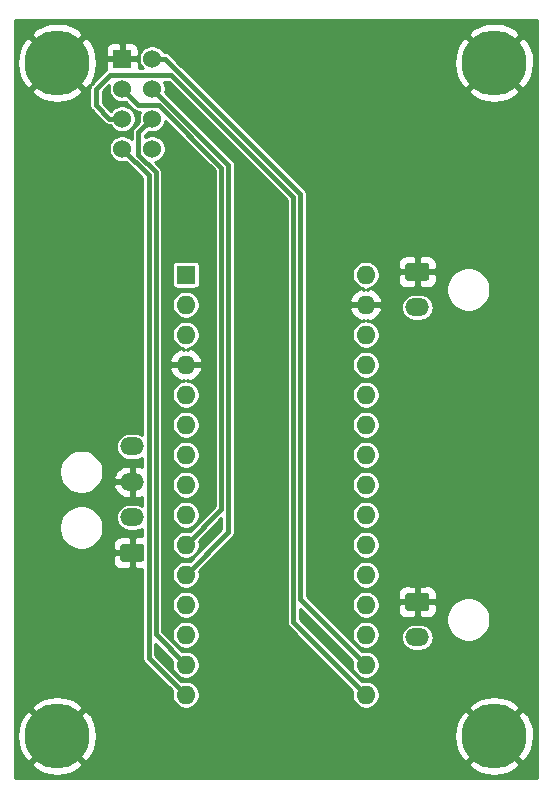
<source format=gbr>
G04 #@! TF.GenerationSoftware,KiCad,Pcbnew,(5.1.5)-3*
G04 #@! TF.CreationDate,2020-05-08T00:55:34-06:00*
G04 #@! TF.ProjectId,camera,63616d65-7261-42e6-9b69-6361645f7063,rev?*
G04 #@! TF.SameCoordinates,Original*
G04 #@! TF.FileFunction,Copper,L2,Bot*
G04 #@! TF.FilePolarity,Positive*
%FSLAX46Y46*%
G04 Gerber Fmt 4.6, Leading zero omitted, Abs format (unit mm)*
G04 Created by KiCad (PCBNEW (5.1.5)-3) date 2020-05-08 00:55:34*
%MOMM*%
%LPD*%
G04 APERTURE LIST*
%ADD10R,1.600000X1.600000*%
%ADD11O,1.600000X1.600000*%
%ADD12C,5.500000*%
%ADD13C,0.100000*%
%ADD14O,2.020000X1.500000*%
%ADD15R,1.524000X1.524000*%
%ADD16C,1.524000*%
%ADD17C,0.800000*%
%ADD18C,0.381000*%
%ADD19C,0.254000*%
G04 APERTURE END LIST*
D10*
X74890000Y-106934000D03*
D11*
X90130000Y-139954000D03*
X74890000Y-109474000D03*
X90130000Y-137414000D03*
X74890000Y-112014000D03*
X90130000Y-134874000D03*
X74890000Y-114554000D03*
X90130000Y-132334000D03*
X74890000Y-117094000D03*
X90130000Y-129794000D03*
X74890000Y-119634000D03*
X90130000Y-127254000D03*
X74890000Y-122174000D03*
X90130000Y-124714000D03*
X74890000Y-124714000D03*
X90130000Y-122174000D03*
X74890000Y-127254000D03*
X90130000Y-119634000D03*
X74890000Y-129794000D03*
X90130000Y-117094000D03*
X74890000Y-132334000D03*
X90130000Y-114554000D03*
X74890000Y-134874000D03*
X90130000Y-112014000D03*
X74890000Y-137414000D03*
X90130000Y-109474000D03*
X74890000Y-139954000D03*
X90130000Y-106934000D03*
X74890000Y-142494000D03*
X90130000Y-142494000D03*
D12*
X64000000Y-146000000D03*
X64000000Y-89000000D03*
X101000000Y-89000000D03*
X101000000Y-146000000D03*
G04 #@! TA.AperFunction,ComponentPad*
D13*
G36*
X95272504Y-105945204D02*
G01*
X95296773Y-105948804D01*
X95320571Y-105954765D01*
X95343671Y-105963030D01*
X95365849Y-105973520D01*
X95386893Y-105986133D01*
X95406598Y-106000747D01*
X95424777Y-106017223D01*
X95441253Y-106035402D01*
X95455867Y-106055107D01*
X95468480Y-106076151D01*
X95478970Y-106098329D01*
X95487235Y-106121429D01*
X95493196Y-106145227D01*
X95496796Y-106169496D01*
X95498000Y-106194000D01*
X95498000Y-107194000D01*
X95496796Y-107218504D01*
X95493196Y-107242773D01*
X95487235Y-107266571D01*
X95478970Y-107289671D01*
X95468480Y-107311849D01*
X95455867Y-107332893D01*
X95441253Y-107352598D01*
X95424777Y-107370777D01*
X95406598Y-107387253D01*
X95386893Y-107401867D01*
X95365849Y-107414480D01*
X95343671Y-107424970D01*
X95320571Y-107433235D01*
X95296773Y-107439196D01*
X95272504Y-107442796D01*
X95248000Y-107444000D01*
X93728000Y-107444000D01*
X93703496Y-107442796D01*
X93679227Y-107439196D01*
X93655429Y-107433235D01*
X93632329Y-107424970D01*
X93610151Y-107414480D01*
X93589107Y-107401867D01*
X93569402Y-107387253D01*
X93551223Y-107370777D01*
X93534747Y-107352598D01*
X93520133Y-107332893D01*
X93507520Y-107311849D01*
X93497030Y-107289671D01*
X93488765Y-107266571D01*
X93482804Y-107242773D01*
X93479204Y-107218504D01*
X93478000Y-107194000D01*
X93478000Y-106194000D01*
X93479204Y-106169496D01*
X93482804Y-106145227D01*
X93488765Y-106121429D01*
X93497030Y-106098329D01*
X93507520Y-106076151D01*
X93520133Y-106055107D01*
X93534747Y-106035402D01*
X93551223Y-106017223D01*
X93569402Y-106000747D01*
X93589107Y-105986133D01*
X93610151Y-105973520D01*
X93632329Y-105963030D01*
X93655429Y-105954765D01*
X93679227Y-105948804D01*
X93703496Y-105945204D01*
X93728000Y-105944000D01*
X95248000Y-105944000D01*
X95272504Y-105945204D01*
G37*
G04 #@! TD.AperFunction*
D14*
X94488000Y-109694000D03*
D15*
X69500000Y-88646000D03*
D16*
X72040000Y-88646000D03*
X69500000Y-91186000D03*
X72040000Y-91186000D03*
X69500000Y-93726000D03*
X72040000Y-93726000D03*
X69500000Y-96266000D03*
X72040000Y-96266000D03*
G04 #@! TA.AperFunction,ComponentPad*
D13*
G36*
X71142504Y-129735204D02*
G01*
X71166773Y-129738804D01*
X71190571Y-129744765D01*
X71213671Y-129753030D01*
X71235849Y-129763520D01*
X71256893Y-129776133D01*
X71276598Y-129790747D01*
X71294777Y-129807223D01*
X71311253Y-129825402D01*
X71325867Y-129845107D01*
X71338480Y-129866151D01*
X71348970Y-129888329D01*
X71357235Y-129911429D01*
X71363196Y-129935227D01*
X71366796Y-129959496D01*
X71368000Y-129984000D01*
X71368000Y-130984000D01*
X71366796Y-131008504D01*
X71363196Y-131032773D01*
X71357235Y-131056571D01*
X71348970Y-131079671D01*
X71338480Y-131101849D01*
X71325867Y-131122893D01*
X71311253Y-131142598D01*
X71294777Y-131160777D01*
X71276598Y-131177253D01*
X71256893Y-131191867D01*
X71235849Y-131204480D01*
X71213671Y-131214970D01*
X71190571Y-131223235D01*
X71166773Y-131229196D01*
X71142504Y-131232796D01*
X71118000Y-131234000D01*
X69598000Y-131234000D01*
X69573496Y-131232796D01*
X69549227Y-131229196D01*
X69525429Y-131223235D01*
X69502329Y-131214970D01*
X69480151Y-131204480D01*
X69459107Y-131191867D01*
X69439402Y-131177253D01*
X69421223Y-131160777D01*
X69404747Y-131142598D01*
X69390133Y-131122893D01*
X69377520Y-131101849D01*
X69367030Y-131079671D01*
X69358765Y-131056571D01*
X69352804Y-131032773D01*
X69349204Y-131008504D01*
X69348000Y-130984000D01*
X69348000Y-129984000D01*
X69349204Y-129959496D01*
X69352804Y-129935227D01*
X69358765Y-129911429D01*
X69367030Y-129888329D01*
X69377520Y-129866151D01*
X69390133Y-129845107D01*
X69404747Y-129825402D01*
X69421223Y-129807223D01*
X69439402Y-129790747D01*
X69459107Y-129776133D01*
X69480151Y-129763520D01*
X69502329Y-129753030D01*
X69525429Y-129744765D01*
X69549227Y-129738804D01*
X69573496Y-129735204D01*
X69598000Y-129734000D01*
X71118000Y-129734000D01*
X71142504Y-129735204D01*
G37*
G04 #@! TD.AperFunction*
D14*
X70358000Y-127484000D03*
X70358000Y-124484000D03*
X70358000Y-121484000D03*
G04 #@! TA.AperFunction,ComponentPad*
D13*
G36*
X95272504Y-133895204D02*
G01*
X95296773Y-133898804D01*
X95320571Y-133904765D01*
X95343671Y-133913030D01*
X95365849Y-133923520D01*
X95386893Y-133936133D01*
X95406598Y-133950747D01*
X95424777Y-133967223D01*
X95441253Y-133985402D01*
X95455867Y-134005107D01*
X95468480Y-134026151D01*
X95478970Y-134048329D01*
X95487235Y-134071429D01*
X95493196Y-134095227D01*
X95496796Y-134119496D01*
X95498000Y-134144000D01*
X95498000Y-135144000D01*
X95496796Y-135168504D01*
X95493196Y-135192773D01*
X95487235Y-135216571D01*
X95478970Y-135239671D01*
X95468480Y-135261849D01*
X95455867Y-135282893D01*
X95441253Y-135302598D01*
X95424777Y-135320777D01*
X95406598Y-135337253D01*
X95386893Y-135351867D01*
X95365849Y-135364480D01*
X95343671Y-135374970D01*
X95320571Y-135383235D01*
X95296773Y-135389196D01*
X95272504Y-135392796D01*
X95248000Y-135394000D01*
X93728000Y-135394000D01*
X93703496Y-135392796D01*
X93679227Y-135389196D01*
X93655429Y-135383235D01*
X93632329Y-135374970D01*
X93610151Y-135364480D01*
X93589107Y-135351867D01*
X93569402Y-135337253D01*
X93551223Y-135320777D01*
X93534747Y-135302598D01*
X93520133Y-135282893D01*
X93507520Y-135261849D01*
X93497030Y-135239671D01*
X93488765Y-135216571D01*
X93482804Y-135192773D01*
X93479204Y-135168504D01*
X93478000Y-135144000D01*
X93478000Y-134144000D01*
X93479204Y-134119496D01*
X93482804Y-134095227D01*
X93488765Y-134071429D01*
X93497030Y-134048329D01*
X93507520Y-134026151D01*
X93520133Y-134005107D01*
X93534747Y-133985402D01*
X93551223Y-133967223D01*
X93569402Y-133950747D01*
X93589107Y-133936133D01*
X93610151Y-133923520D01*
X93632329Y-133913030D01*
X93655429Y-133904765D01*
X93679227Y-133898804D01*
X93703496Y-133895204D01*
X93728000Y-133894000D01*
X95248000Y-133894000D01*
X95272504Y-133895204D01*
G37*
G04 #@! TD.AperFunction*
D14*
X94488000Y-137644000D03*
D17*
X81788000Y-107188000D03*
X82169000Y-139192000D03*
X64008000Y-112395000D03*
X102235000Y-115316000D03*
X100203000Y-128778000D03*
X86741000Y-93091000D03*
D18*
X84582000Y-134406000D02*
X90130000Y-139954000D01*
X84582000Y-100110370D02*
X84582000Y-134406000D01*
X72040000Y-88646000D02*
X73117630Y-88646000D01*
X73117630Y-88646000D02*
X84582000Y-100110370D01*
X77904990Y-97872662D02*
X77904990Y-126779010D01*
X72605827Y-92573499D02*
X77904990Y-97872662D01*
X77904990Y-126779010D02*
X74890000Y-129794000D01*
X69500000Y-91186000D02*
X70887499Y-92573499D01*
X70887499Y-92573499D02*
X72605827Y-92573499D01*
X72040000Y-91186000D02*
X78486000Y-97632000D01*
X78486000Y-128738000D02*
X74890000Y-132334000D01*
X78486000Y-97632000D02*
X78486000Y-128738000D01*
X70887499Y-96831827D02*
X72339520Y-98283848D01*
X72040000Y-93726000D02*
X70887499Y-94878501D01*
X70887499Y-94878501D02*
X70887499Y-96831827D01*
X72339520Y-137403520D02*
X74890000Y-139954000D01*
X72339520Y-98283848D02*
X72339520Y-137403520D01*
X74090001Y-141694001D02*
X74890000Y-142494000D01*
X71758510Y-139362510D02*
X74090001Y-141694001D01*
X71758510Y-98524510D02*
X71758510Y-139362510D01*
X69500000Y-96266000D02*
X71758510Y-98524510D01*
X73683457Y-90033499D02*
X84000990Y-100351032D01*
X68422370Y-93726000D02*
X67310000Y-92613630D01*
X84000990Y-136364990D02*
X90130000Y-142494000D01*
X69500000Y-93726000D02*
X68422370Y-93726000D01*
X67310000Y-92613630D02*
X67310000Y-91186000D01*
X84000990Y-100351032D02*
X84000990Y-136364990D01*
X67310000Y-91186000D02*
X68462501Y-90033499D01*
X68462501Y-90033499D02*
X73683457Y-90033499D01*
D19*
G36*
X104594000Y-149594000D02*
G01*
X60406000Y-149594000D01*
X60406000Y-148380928D01*
X61798677Y-148380928D01*
X62104859Y-148824503D01*
X62692306Y-149139954D01*
X63330008Y-149334740D01*
X63993457Y-149401372D01*
X64657158Y-149337292D01*
X65295605Y-149144962D01*
X65884262Y-148831772D01*
X65895141Y-148824503D01*
X66201323Y-148380928D01*
X98798677Y-148380928D01*
X99104859Y-148824503D01*
X99692306Y-149139954D01*
X100330008Y-149334740D01*
X100993457Y-149401372D01*
X101657158Y-149337292D01*
X102295605Y-149144962D01*
X102884262Y-148831772D01*
X102895141Y-148824503D01*
X103201323Y-148380928D01*
X101000000Y-146179605D01*
X98798677Y-148380928D01*
X66201323Y-148380928D01*
X64000000Y-146179605D01*
X61798677Y-148380928D01*
X60406000Y-148380928D01*
X60406000Y-145993457D01*
X60598628Y-145993457D01*
X60662708Y-146657158D01*
X60855038Y-147295605D01*
X61168228Y-147884262D01*
X61175497Y-147895141D01*
X61619072Y-148201323D01*
X63820395Y-146000000D01*
X64179605Y-146000000D01*
X66380928Y-148201323D01*
X66824503Y-147895141D01*
X67139954Y-147307694D01*
X67334740Y-146669992D01*
X67401372Y-146006543D01*
X67400109Y-145993457D01*
X97598628Y-145993457D01*
X97662708Y-146657158D01*
X97855038Y-147295605D01*
X98168228Y-147884262D01*
X98175497Y-147895141D01*
X98619072Y-148201323D01*
X100820395Y-146000000D01*
X101179605Y-146000000D01*
X103380928Y-148201323D01*
X103824503Y-147895141D01*
X104139954Y-147307694D01*
X104334740Y-146669992D01*
X104401372Y-146006543D01*
X104337292Y-145342842D01*
X104144962Y-144704395D01*
X103831772Y-144115738D01*
X103824503Y-144104859D01*
X103380928Y-143798677D01*
X101179605Y-146000000D01*
X100820395Y-146000000D01*
X98619072Y-143798677D01*
X98175497Y-144104859D01*
X97860046Y-144692306D01*
X97665260Y-145330008D01*
X97598628Y-145993457D01*
X67400109Y-145993457D01*
X67337292Y-145342842D01*
X67144962Y-144704395D01*
X66831772Y-144115738D01*
X66824503Y-144104859D01*
X66380928Y-143798677D01*
X64179605Y-146000000D01*
X63820395Y-146000000D01*
X61619072Y-143798677D01*
X61175497Y-144104859D01*
X60860046Y-144692306D01*
X60665260Y-145330008D01*
X60598628Y-145993457D01*
X60406000Y-145993457D01*
X60406000Y-143619072D01*
X61798677Y-143619072D01*
X64000000Y-145820395D01*
X66201323Y-143619072D01*
X65895141Y-143175497D01*
X65307694Y-142860046D01*
X64669992Y-142665260D01*
X64006543Y-142598628D01*
X63342842Y-142662708D01*
X62704395Y-142855038D01*
X62115738Y-143168228D01*
X62104859Y-143175497D01*
X61798677Y-143619072D01*
X60406000Y-143619072D01*
X60406000Y-131234000D01*
X68709928Y-131234000D01*
X68722188Y-131358482D01*
X68758498Y-131478180D01*
X68817463Y-131588494D01*
X68896815Y-131685185D01*
X68993506Y-131764537D01*
X69103820Y-131823502D01*
X69223518Y-131859812D01*
X69348000Y-131872072D01*
X70072250Y-131869000D01*
X70231000Y-131710250D01*
X70231000Y-130611000D01*
X68871750Y-130611000D01*
X68713000Y-130769750D01*
X68709928Y-131234000D01*
X60406000Y-131234000D01*
X60406000Y-128148738D01*
X64157000Y-128148738D01*
X64157000Y-128519262D01*
X64229286Y-128882667D01*
X64371080Y-129224987D01*
X64576932Y-129533067D01*
X64838933Y-129795068D01*
X65147013Y-130000920D01*
X65489333Y-130142714D01*
X65852738Y-130215000D01*
X66223262Y-130215000D01*
X66586667Y-130142714D01*
X66928987Y-130000920D01*
X67237067Y-129795068D01*
X67298135Y-129734000D01*
X68709928Y-129734000D01*
X68713000Y-130198250D01*
X68871750Y-130357000D01*
X70231000Y-130357000D01*
X70231000Y-129257750D01*
X70072250Y-129099000D01*
X69348000Y-129095928D01*
X69223518Y-129108188D01*
X69103820Y-129144498D01*
X68993506Y-129203463D01*
X68896815Y-129282815D01*
X68817463Y-129379506D01*
X68758498Y-129489820D01*
X68722188Y-129609518D01*
X68709928Y-129734000D01*
X67298135Y-129734000D01*
X67499068Y-129533067D01*
X67704920Y-129224987D01*
X67846714Y-128882667D01*
X67919000Y-128519262D01*
X67919000Y-128148738D01*
X67846714Y-127785333D01*
X67704920Y-127443013D01*
X67499068Y-127134933D01*
X67237067Y-126872932D01*
X66928987Y-126667080D01*
X66586667Y-126525286D01*
X66223262Y-126453000D01*
X65852738Y-126453000D01*
X65489333Y-126525286D01*
X65147013Y-126667080D01*
X64838933Y-126872932D01*
X64576932Y-127134933D01*
X64371080Y-127443013D01*
X64229286Y-127785333D01*
X64157000Y-128148738D01*
X60406000Y-128148738D01*
X60406000Y-123448738D01*
X64157000Y-123448738D01*
X64157000Y-123819262D01*
X64229286Y-124182667D01*
X64371080Y-124524987D01*
X64576932Y-124833067D01*
X64838933Y-125095068D01*
X65147013Y-125300920D01*
X65489333Y-125442714D01*
X65852738Y-125515000D01*
X66223262Y-125515000D01*
X66586667Y-125442714D01*
X66928987Y-125300920D01*
X67237067Y-125095068D01*
X67499068Y-124833067D01*
X67504334Y-124825185D01*
X68755682Y-124825185D01*
X68769827Y-124896684D01*
X68875858Y-125147868D01*
X69028855Y-125373540D01*
X69222939Y-125565028D01*
X69450651Y-125714972D01*
X69703240Y-125817611D01*
X69971000Y-125869000D01*
X70231000Y-125869000D01*
X70231000Y-124611000D01*
X68878344Y-124611000D01*
X68755682Y-124825185D01*
X67504334Y-124825185D01*
X67704920Y-124524987D01*
X67846714Y-124182667D01*
X67854641Y-124142815D01*
X68755682Y-124142815D01*
X68878344Y-124357000D01*
X70231000Y-124357000D01*
X70231000Y-123099000D01*
X69971000Y-123099000D01*
X69703240Y-123150389D01*
X69450651Y-123253028D01*
X69222939Y-123402972D01*
X69028855Y-123594460D01*
X68875858Y-123820132D01*
X68769827Y-124071316D01*
X68755682Y-124142815D01*
X67854641Y-124142815D01*
X67919000Y-123819262D01*
X67919000Y-123448738D01*
X67846714Y-123085333D01*
X67704920Y-122743013D01*
X67499068Y-122434933D01*
X67237067Y-122172932D01*
X66928987Y-121967080D01*
X66586667Y-121825286D01*
X66223262Y-121753000D01*
X65852738Y-121753000D01*
X65489333Y-121825286D01*
X65147013Y-121967080D01*
X64838933Y-122172932D01*
X64576932Y-122434933D01*
X64371080Y-122743013D01*
X64229286Y-123085333D01*
X64157000Y-123448738D01*
X60406000Y-123448738D01*
X60406000Y-91380928D01*
X61798677Y-91380928D01*
X62104859Y-91824503D01*
X62692306Y-92139954D01*
X63330008Y-92334740D01*
X63993457Y-92401372D01*
X64657158Y-92337292D01*
X65295605Y-92144962D01*
X65884262Y-91831772D01*
X65895141Y-91824503D01*
X66201323Y-91380928D01*
X64000000Y-89179605D01*
X61798677Y-91380928D01*
X60406000Y-91380928D01*
X60406000Y-88993457D01*
X60598628Y-88993457D01*
X60662708Y-89657158D01*
X60855038Y-90295605D01*
X61168228Y-90884262D01*
X61175497Y-90895141D01*
X61619072Y-91201323D01*
X63820395Y-89000000D01*
X64179605Y-89000000D01*
X66380928Y-91201323D01*
X66813328Y-90902855D01*
X66779448Y-90966239D01*
X66746769Y-91073967D01*
X66735735Y-91186000D01*
X66738501Y-91214084D01*
X66738500Y-92585555D01*
X66735735Y-92613630D01*
X66738500Y-92641703D01*
X66746769Y-92725663D01*
X66779448Y-92833391D01*
X66832516Y-92932674D01*
X66903933Y-93019697D01*
X66925748Y-93037600D01*
X67998406Y-94110260D01*
X68016303Y-94132067D01*
X68038107Y-94149961D01*
X68038109Y-94149963D01*
X68103325Y-94203484D01*
X68202608Y-94256552D01*
X68310336Y-94289231D01*
X68422370Y-94300265D01*
X68450444Y-94297500D01*
X68507190Y-94297500D01*
X68612174Y-94454620D01*
X68771380Y-94613826D01*
X68958587Y-94738913D01*
X69166599Y-94825075D01*
X69387424Y-94869000D01*
X69612576Y-94869000D01*
X69833401Y-94825075D01*
X70041413Y-94738913D01*
X70228620Y-94613826D01*
X70387826Y-94454620D01*
X70512913Y-94267413D01*
X70599075Y-94059401D01*
X70643000Y-93838576D01*
X70643000Y-93613424D01*
X70599075Y-93392599D01*
X70512913Y-93184587D01*
X70387826Y-92997380D01*
X70228620Y-92838174D01*
X70041413Y-92713087D01*
X69833401Y-92626925D01*
X69612576Y-92583000D01*
X69387424Y-92583000D01*
X69166599Y-92626925D01*
X68958587Y-92713087D01*
X68771380Y-92838174D01*
X68612174Y-92997380D01*
X68568034Y-93063441D01*
X67881500Y-92376908D01*
X67881500Y-91422722D01*
X68388336Y-90915886D01*
X68357000Y-91073424D01*
X68357000Y-91298576D01*
X68400925Y-91519401D01*
X68487087Y-91727413D01*
X68612174Y-91914620D01*
X68771380Y-92073826D01*
X68958587Y-92198913D01*
X69166599Y-92285075D01*
X69387424Y-92329000D01*
X69612576Y-92329000D01*
X69797912Y-92292134D01*
X70463533Y-92957756D01*
X70481432Y-92979566D01*
X70530332Y-93019697D01*
X70568454Y-93050983D01*
X70667737Y-93104051D01*
X70775465Y-93136730D01*
X70887499Y-93147764D01*
X70915573Y-93144999D01*
X71053539Y-93144999D01*
X71027087Y-93184587D01*
X70940925Y-93392599D01*
X70897000Y-93613424D01*
X70897000Y-93838576D01*
X70933866Y-94023912D01*
X70503247Y-94454531D01*
X70481432Y-94472434D01*
X70410016Y-94559456D01*
X70410015Y-94559457D01*
X70356947Y-94658740D01*
X70324268Y-94766468D01*
X70313234Y-94878501D01*
X70315999Y-94906576D01*
X70315999Y-95465553D01*
X70228620Y-95378174D01*
X70041413Y-95253087D01*
X69833401Y-95166925D01*
X69612576Y-95123000D01*
X69387424Y-95123000D01*
X69166599Y-95166925D01*
X68958587Y-95253087D01*
X68771380Y-95378174D01*
X68612174Y-95537380D01*
X68487087Y-95724587D01*
X68400925Y-95932599D01*
X68357000Y-96153424D01*
X68357000Y-96378576D01*
X68400925Y-96599401D01*
X68487087Y-96807413D01*
X68612174Y-96994620D01*
X68771380Y-97153826D01*
X68958587Y-97278913D01*
X69166599Y-97365075D01*
X69387424Y-97409000D01*
X69612576Y-97409000D01*
X69797912Y-97372134D01*
X71187010Y-98761233D01*
X71187011Y-120505716D01*
X71052909Y-120434037D01*
X70839715Y-120369365D01*
X70673558Y-120353000D01*
X70042442Y-120353000D01*
X69876285Y-120369365D01*
X69663091Y-120434037D01*
X69466610Y-120539058D01*
X69294393Y-120680393D01*
X69153058Y-120852610D01*
X69048037Y-121049091D01*
X68983365Y-121262285D01*
X68961528Y-121484000D01*
X68983365Y-121705715D01*
X69048037Y-121918909D01*
X69153058Y-122115390D01*
X69294393Y-122287607D01*
X69466610Y-122428942D01*
X69663091Y-122533963D01*
X69876285Y-122598635D01*
X70042442Y-122615000D01*
X70673558Y-122615000D01*
X70839715Y-122598635D01*
X71052909Y-122533963D01*
X71187011Y-122462284D01*
X71187011Y-123221195D01*
X71012760Y-123150389D01*
X70745000Y-123099000D01*
X70485000Y-123099000D01*
X70485000Y-124357000D01*
X70505000Y-124357000D01*
X70505000Y-124611000D01*
X70485000Y-124611000D01*
X70485000Y-125869000D01*
X70745000Y-125869000D01*
X71012760Y-125817611D01*
X71187011Y-125746805D01*
X71187011Y-126505716D01*
X71052909Y-126434037D01*
X70839715Y-126369365D01*
X70673558Y-126353000D01*
X70042442Y-126353000D01*
X69876285Y-126369365D01*
X69663091Y-126434037D01*
X69466610Y-126539058D01*
X69294393Y-126680393D01*
X69153058Y-126852610D01*
X69048037Y-127049091D01*
X68983365Y-127262285D01*
X68961528Y-127484000D01*
X68983365Y-127705715D01*
X69048037Y-127918909D01*
X69153058Y-128115390D01*
X69294393Y-128287607D01*
X69466610Y-128428942D01*
X69663091Y-128533963D01*
X69876285Y-128598635D01*
X70042442Y-128615000D01*
X70673558Y-128615000D01*
X70839715Y-128598635D01*
X71052909Y-128533963D01*
X71187011Y-128462284D01*
X71187011Y-129096696D01*
X70643750Y-129099000D01*
X70485000Y-129257750D01*
X70485000Y-130357000D01*
X70505000Y-130357000D01*
X70505000Y-130611000D01*
X70485000Y-130611000D01*
X70485000Y-131710250D01*
X70643750Y-131869000D01*
X71187011Y-131871304D01*
X71187011Y-139334426D01*
X71184245Y-139362510D01*
X71195279Y-139474543D01*
X71227958Y-139582271D01*
X71281026Y-139681554D01*
X71281027Y-139681555D01*
X71352444Y-139768577D01*
X71374254Y-139786476D01*
X73705740Y-142117963D01*
X73705745Y-142117967D01*
X73751550Y-142163772D01*
X73709000Y-142377682D01*
X73709000Y-142610318D01*
X73754386Y-142838485D01*
X73843412Y-143053413D01*
X73972658Y-143246843D01*
X74137157Y-143411342D01*
X74330587Y-143540588D01*
X74545515Y-143629614D01*
X74773682Y-143675000D01*
X75006318Y-143675000D01*
X75234485Y-143629614D01*
X75449413Y-143540588D01*
X75642843Y-143411342D01*
X75807342Y-143246843D01*
X75936588Y-143053413D01*
X76025614Y-142838485D01*
X76071000Y-142610318D01*
X76071000Y-142377682D01*
X76025614Y-142149515D01*
X75936588Y-141934587D01*
X75807342Y-141741157D01*
X75642843Y-141576658D01*
X75449413Y-141447412D01*
X75234485Y-141358386D01*
X75006318Y-141313000D01*
X74773682Y-141313000D01*
X74559772Y-141355550D01*
X74513967Y-141309745D01*
X74513963Y-141309740D01*
X72330010Y-139125788D01*
X72330010Y-138202232D01*
X73751550Y-139623773D01*
X73709000Y-139837682D01*
X73709000Y-140070318D01*
X73754386Y-140298485D01*
X73843412Y-140513413D01*
X73972658Y-140706843D01*
X74137157Y-140871342D01*
X74330587Y-141000588D01*
X74545515Y-141089614D01*
X74773682Y-141135000D01*
X75006318Y-141135000D01*
X75234485Y-141089614D01*
X75449413Y-141000588D01*
X75642843Y-140871342D01*
X75807342Y-140706843D01*
X75936588Y-140513413D01*
X76025614Y-140298485D01*
X76071000Y-140070318D01*
X76071000Y-139837682D01*
X76025614Y-139609515D01*
X75936588Y-139394587D01*
X75807342Y-139201157D01*
X75642843Y-139036658D01*
X75449413Y-138907412D01*
X75234485Y-138818386D01*
X75006318Y-138773000D01*
X74773682Y-138773000D01*
X74559773Y-138815550D01*
X73041905Y-137297682D01*
X73709000Y-137297682D01*
X73709000Y-137530318D01*
X73754386Y-137758485D01*
X73843412Y-137973413D01*
X73972658Y-138166843D01*
X74137157Y-138331342D01*
X74330587Y-138460588D01*
X74545515Y-138549614D01*
X74773682Y-138595000D01*
X75006318Y-138595000D01*
X75234485Y-138549614D01*
X75449413Y-138460588D01*
X75642843Y-138331342D01*
X75807342Y-138166843D01*
X75936588Y-137973413D01*
X76025614Y-137758485D01*
X76071000Y-137530318D01*
X76071000Y-137297682D01*
X76025614Y-137069515D01*
X75936588Y-136854587D01*
X75807342Y-136661157D01*
X75642843Y-136496658D01*
X75449413Y-136367412D01*
X75234485Y-136278386D01*
X75006318Y-136233000D01*
X74773682Y-136233000D01*
X74545515Y-136278386D01*
X74330587Y-136367412D01*
X74137157Y-136496658D01*
X73972658Y-136661157D01*
X73843412Y-136854587D01*
X73754386Y-137069515D01*
X73709000Y-137297682D01*
X73041905Y-137297682D01*
X72911020Y-137166798D01*
X72911020Y-134757682D01*
X73709000Y-134757682D01*
X73709000Y-134990318D01*
X73754386Y-135218485D01*
X73843412Y-135433413D01*
X73972658Y-135626843D01*
X74137157Y-135791342D01*
X74330587Y-135920588D01*
X74545515Y-136009614D01*
X74773682Y-136055000D01*
X75006318Y-136055000D01*
X75234485Y-136009614D01*
X75449413Y-135920588D01*
X75642843Y-135791342D01*
X75807342Y-135626843D01*
X75936588Y-135433413D01*
X76025614Y-135218485D01*
X76071000Y-134990318D01*
X76071000Y-134757682D01*
X76025614Y-134529515D01*
X75936588Y-134314587D01*
X75807342Y-134121157D01*
X75642843Y-133956658D01*
X75449413Y-133827412D01*
X75234485Y-133738386D01*
X75006318Y-133693000D01*
X74773682Y-133693000D01*
X74545515Y-133738386D01*
X74330587Y-133827412D01*
X74137157Y-133956658D01*
X73972658Y-134121157D01*
X73843412Y-134314587D01*
X73754386Y-134529515D01*
X73709000Y-134757682D01*
X72911020Y-134757682D01*
X72911020Y-127137682D01*
X73709000Y-127137682D01*
X73709000Y-127370318D01*
X73754386Y-127598485D01*
X73843412Y-127813413D01*
X73972658Y-128006843D01*
X74137157Y-128171342D01*
X74330587Y-128300588D01*
X74545515Y-128389614D01*
X74773682Y-128435000D01*
X75006318Y-128435000D01*
X75234485Y-128389614D01*
X75449413Y-128300588D01*
X75642843Y-128171342D01*
X75807342Y-128006843D01*
X75936588Y-127813413D01*
X76025614Y-127598485D01*
X76071000Y-127370318D01*
X76071000Y-127137682D01*
X76025614Y-126909515D01*
X75936588Y-126694587D01*
X75807342Y-126501157D01*
X75642843Y-126336658D01*
X75449413Y-126207412D01*
X75234485Y-126118386D01*
X75006318Y-126073000D01*
X74773682Y-126073000D01*
X74545515Y-126118386D01*
X74330587Y-126207412D01*
X74137157Y-126336658D01*
X73972658Y-126501157D01*
X73843412Y-126694587D01*
X73754386Y-126909515D01*
X73709000Y-127137682D01*
X72911020Y-127137682D01*
X72911020Y-124597682D01*
X73709000Y-124597682D01*
X73709000Y-124830318D01*
X73754386Y-125058485D01*
X73843412Y-125273413D01*
X73972658Y-125466843D01*
X74137157Y-125631342D01*
X74330587Y-125760588D01*
X74545515Y-125849614D01*
X74773682Y-125895000D01*
X75006318Y-125895000D01*
X75234485Y-125849614D01*
X75449413Y-125760588D01*
X75642843Y-125631342D01*
X75807342Y-125466843D01*
X75936588Y-125273413D01*
X76025614Y-125058485D01*
X76071000Y-124830318D01*
X76071000Y-124597682D01*
X76025614Y-124369515D01*
X75936588Y-124154587D01*
X75807342Y-123961157D01*
X75642843Y-123796658D01*
X75449413Y-123667412D01*
X75234485Y-123578386D01*
X75006318Y-123533000D01*
X74773682Y-123533000D01*
X74545515Y-123578386D01*
X74330587Y-123667412D01*
X74137157Y-123796658D01*
X73972658Y-123961157D01*
X73843412Y-124154587D01*
X73754386Y-124369515D01*
X73709000Y-124597682D01*
X72911020Y-124597682D01*
X72911020Y-122057682D01*
X73709000Y-122057682D01*
X73709000Y-122290318D01*
X73754386Y-122518485D01*
X73843412Y-122733413D01*
X73972658Y-122926843D01*
X74137157Y-123091342D01*
X74330587Y-123220588D01*
X74545515Y-123309614D01*
X74773682Y-123355000D01*
X75006318Y-123355000D01*
X75234485Y-123309614D01*
X75449413Y-123220588D01*
X75642843Y-123091342D01*
X75807342Y-122926843D01*
X75936588Y-122733413D01*
X76025614Y-122518485D01*
X76071000Y-122290318D01*
X76071000Y-122057682D01*
X76025614Y-121829515D01*
X75936588Y-121614587D01*
X75807342Y-121421157D01*
X75642843Y-121256658D01*
X75449413Y-121127412D01*
X75234485Y-121038386D01*
X75006318Y-120993000D01*
X74773682Y-120993000D01*
X74545515Y-121038386D01*
X74330587Y-121127412D01*
X74137157Y-121256658D01*
X73972658Y-121421157D01*
X73843412Y-121614587D01*
X73754386Y-121829515D01*
X73709000Y-122057682D01*
X72911020Y-122057682D01*
X72911020Y-119517682D01*
X73709000Y-119517682D01*
X73709000Y-119750318D01*
X73754386Y-119978485D01*
X73843412Y-120193413D01*
X73972658Y-120386843D01*
X74137157Y-120551342D01*
X74330587Y-120680588D01*
X74545515Y-120769614D01*
X74773682Y-120815000D01*
X75006318Y-120815000D01*
X75234485Y-120769614D01*
X75449413Y-120680588D01*
X75642843Y-120551342D01*
X75807342Y-120386843D01*
X75936588Y-120193413D01*
X76025614Y-119978485D01*
X76071000Y-119750318D01*
X76071000Y-119517682D01*
X76025614Y-119289515D01*
X75936588Y-119074587D01*
X75807342Y-118881157D01*
X75642843Y-118716658D01*
X75449413Y-118587412D01*
X75234485Y-118498386D01*
X75006318Y-118453000D01*
X74773682Y-118453000D01*
X74545515Y-118498386D01*
X74330587Y-118587412D01*
X74137157Y-118716658D01*
X73972658Y-118881157D01*
X73843412Y-119074587D01*
X73754386Y-119289515D01*
X73709000Y-119517682D01*
X72911020Y-119517682D01*
X72911020Y-114903039D01*
X73498096Y-114903039D01*
X73538754Y-115037087D01*
X73658963Y-115291420D01*
X73826481Y-115517414D01*
X74034869Y-115706385D01*
X74276119Y-115851070D01*
X74540960Y-115945909D01*
X74762998Y-115824625D01*
X74762998Y-115915125D01*
X74545515Y-115958386D01*
X74330587Y-116047412D01*
X74137157Y-116176658D01*
X73972658Y-116341157D01*
X73843412Y-116534587D01*
X73754386Y-116749515D01*
X73709000Y-116977682D01*
X73709000Y-117210318D01*
X73754386Y-117438485D01*
X73843412Y-117653413D01*
X73972658Y-117846843D01*
X74137157Y-118011342D01*
X74330587Y-118140588D01*
X74545515Y-118229614D01*
X74773682Y-118275000D01*
X75006318Y-118275000D01*
X75234485Y-118229614D01*
X75449413Y-118140588D01*
X75642843Y-118011342D01*
X75807342Y-117846843D01*
X75936588Y-117653413D01*
X76025614Y-117438485D01*
X76071000Y-117210318D01*
X76071000Y-116977682D01*
X76025614Y-116749515D01*
X75936588Y-116534587D01*
X75807342Y-116341157D01*
X75642843Y-116176658D01*
X75449413Y-116047412D01*
X75234485Y-115958386D01*
X75017002Y-115915125D01*
X75017002Y-115824625D01*
X75239040Y-115945909D01*
X75503881Y-115851070D01*
X75745131Y-115706385D01*
X75953519Y-115517414D01*
X76121037Y-115291420D01*
X76241246Y-115037087D01*
X76281904Y-114903039D01*
X76159915Y-114681000D01*
X75017000Y-114681000D01*
X75017000Y-114701000D01*
X74763000Y-114701000D01*
X74763000Y-114681000D01*
X73620085Y-114681000D01*
X73498096Y-114903039D01*
X72911020Y-114903039D01*
X72911020Y-114204961D01*
X73498096Y-114204961D01*
X73620085Y-114427000D01*
X74763000Y-114427000D01*
X74763000Y-114407000D01*
X75017000Y-114407000D01*
X75017000Y-114427000D01*
X76159915Y-114427000D01*
X76281904Y-114204961D01*
X76241246Y-114070913D01*
X76121037Y-113816580D01*
X75953519Y-113590586D01*
X75745131Y-113401615D01*
X75503881Y-113256930D01*
X75239040Y-113162091D01*
X75017002Y-113283375D01*
X75017002Y-113192875D01*
X75234485Y-113149614D01*
X75449413Y-113060588D01*
X75642843Y-112931342D01*
X75807342Y-112766843D01*
X75936588Y-112573413D01*
X76025614Y-112358485D01*
X76071000Y-112130318D01*
X76071000Y-111897682D01*
X76025614Y-111669515D01*
X75936588Y-111454587D01*
X75807342Y-111261157D01*
X75642843Y-111096658D01*
X75449413Y-110967412D01*
X75234485Y-110878386D01*
X75006318Y-110833000D01*
X74773682Y-110833000D01*
X74545515Y-110878386D01*
X74330587Y-110967412D01*
X74137157Y-111096658D01*
X73972658Y-111261157D01*
X73843412Y-111454587D01*
X73754386Y-111669515D01*
X73709000Y-111897682D01*
X73709000Y-112130318D01*
X73754386Y-112358485D01*
X73843412Y-112573413D01*
X73972658Y-112766843D01*
X74137157Y-112931342D01*
X74330587Y-113060588D01*
X74545515Y-113149614D01*
X74762998Y-113192875D01*
X74762998Y-113283375D01*
X74540960Y-113162091D01*
X74276119Y-113256930D01*
X74034869Y-113401615D01*
X73826481Y-113590586D01*
X73658963Y-113816580D01*
X73538754Y-114070913D01*
X73498096Y-114204961D01*
X72911020Y-114204961D01*
X72911020Y-109357682D01*
X73709000Y-109357682D01*
X73709000Y-109590318D01*
X73754386Y-109818485D01*
X73843412Y-110033413D01*
X73972658Y-110226843D01*
X74137157Y-110391342D01*
X74330587Y-110520588D01*
X74545515Y-110609614D01*
X74773682Y-110655000D01*
X75006318Y-110655000D01*
X75234485Y-110609614D01*
X75449413Y-110520588D01*
X75642843Y-110391342D01*
X75807342Y-110226843D01*
X75936588Y-110033413D01*
X76025614Y-109818485D01*
X76071000Y-109590318D01*
X76071000Y-109357682D01*
X76025614Y-109129515D01*
X75936588Y-108914587D01*
X75807342Y-108721157D01*
X75642843Y-108556658D01*
X75449413Y-108427412D01*
X75234485Y-108338386D01*
X75006318Y-108293000D01*
X74773682Y-108293000D01*
X74545515Y-108338386D01*
X74330587Y-108427412D01*
X74137157Y-108556658D01*
X73972658Y-108721157D01*
X73843412Y-108914587D01*
X73754386Y-109129515D01*
X73709000Y-109357682D01*
X72911020Y-109357682D01*
X72911020Y-106134000D01*
X73707157Y-106134000D01*
X73707157Y-107734000D01*
X73714513Y-107808689D01*
X73736299Y-107880508D01*
X73771678Y-107946696D01*
X73819289Y-108004711D01*
X73877304Y-108052322D01*
X73943492Y-108087701D01*
X74015311Y-108109487D01*
X74090000Y-108116843D01*
X75690000Y-108116843D01*
X75764689Y-108109487D01*
X75836508Y-108087701D01*
X75902696Y-108052322D01*
X75960711Y-108004711D01*
X76008322Y-107946696D01*
X76043701Y-107880508D01*
X76065487Y-107808689D01*
X76072843Y-107734000D01*
X76072843Y-106134000D01*
X76065487Y-106059311D01*
X76043701Y-105987492D01*
X76008322Y-105921304D01*
X75960711Y-105863289D01*
X75902696Y-105815678D01*
X75836508Y-105780299D01*
X75764689Y-105758513D01*
X75690000Y-105751157D01*
X74090000Y-105751157D01*
X74015311Y-105758513D01*
X73943492Y-105780299D01*
X73877304Y-105815678D01*
X73819289Y-105863289D01*
X73771678Y-105921304D01*
X73736299Y-105987492D01*
X73714513Y-106059311D01*
X73707157Y-106134000D01*
X72911020Y-106134000D01*
X72911020Y-98311922D01*
X72913785Y-98283848D01*
X72902751Y-98171814D01*
X72870072Y-98064086D01*
X72817004Y-97964803D01*
X72805712Y-97951044D01*
X72745587Y-97877781D01*
X72723778Y-97859883D01*
X72252932Y-97389038D01*
X72373401Y-97365075D01*
X72581413Y-97278913D01*
X72768620Y-97153826D01*
X72927826Y-96994620D01*
X73052913Y-96807413D01*
X73139075Y-96599401D01*
X73183000Y-96378576D01*
X73183000Y-96153424D01*
X73139075Y-95932599D01*
X73052913Y-95724587D01*
X72927826Y-95537380D01*
X72768620Y-95378174D01*
X72581413Y-95253087D01*
X72373401Y-95166925D01*
X72152576Y-95123000D01*
X71927424Y-95123000D01*
X71706599Y-95166925D01*
X71498587Y-95253087D01*
X71458999Y-95279539D01*
X71458999Y-95115223D01*
X71742088Y-94832134D01*
X71927424Y-94869000D01*
X72152576Y-94869000D01*
X72373401Y-94825075D01*
X72581413Y-94738913D01*
X72768620Y-94613826D01*
X72927826Y-94454620D01*
X73052913Y-94267413D01*
X73139075Y-94059401D01*
X73163038Y-93938932D01*
X77333490Y-98109385D01*
X77333491Y-126542285D01*
X75220228Y-128655550D01*
X75006318Y-128613000D01*
X74773682Y-128613000D01*
X74545515Y-128658386D01*
X74330587Y-128747412D01*
X74137157Y-128876658D01*
X73972658Y-129041157D01*
X73843412Y-129234587D01*
X73754386Y-129449515D01*
X73709000Y-129677682D01*
X73709000Y-129910318D01*
X73754386Y-130138485D01*
X73843412Y-130353413D01*
X73972658Y-130546843D01*
X74137157Y-130711342D01*
X74330587Y-130840588D01*
X74545515Y-130929614D01*
X74773682Y-130975000D01*
X75006318Y-130975000D01*
X75234485Y-130929614D01*
X75449413Y-130840588D01*
X75642843Y-130711342D01*
X75807342Y-130546843D01*
X75936588Y-130353413D01*
X76025614Y-130138485D01*
X76071000Y-129910318D01*
X76071000Y-129677682D01*
X76028450Y-129463772D01*
X77914501Y-127577723D01*
X77914501Y-128501276D01*
X75220228Y-131195550D01*
X75006318Y-131153000D01*
X74773682Y-131153000D01*
X74545515Y-131198386D01*
X74330587Y-131287412D01*
X74137157Y-131416658D01*
X73972658Y-131581157D01*
X73843412Y-131774587D01*
X73754386Y-131989515D01*
X73709000Y-132217682D01*
X73709000Y-132450318D01*
X73754386Y-132678485D01*
X73843412Y-132893413D01*
X73972658Y-133086843D01*
X74137157Y-133251342D01*
X74330587Y-133380588D01*
X74545515Y-133469614D01*
X74773682Y-133515000D01*
X75006318Y-133515000D01*
X75234485Y-133469614D01*
X75449413Y-133380588D01*
X75642843Y-133251342D01*
X75807342Y-133086843D01*
X75936588Y-132893413D01*
X76025614Y-132678485D01*
X76071000Y-132450318D01*
X76071000Y-132217682D01*
X76028450Y-132003772D01*
X78870257Y-129161966D01*
X78892067Y-129144067D01*
X78963484Y-129057045D01*
X79016552Y-128957762D01*
X79049231Y-128850034D01*
X79057500Y-128766074D01*
X79060265Y-128738000D01*
X79057500Y-128709926D01*
X79057500Y-97660074D01*
X79060265Y-97632000D01*
X79049231Y-97519966D01*
X79016552Y-97412238D01*
X78963484Y-97312955D01*
X78960493Y-97309311D01*
X78892067Y-97225933D01*
X78870258Y-97208035D01*
X73146134Y-91483912D01*
X73183000Y-91298576D01*
X73183000Y-91073424D01*
X73139075Y-90852599D01*
X73052913Y-90644587D01*
X73026461Y-90604999D01*
X73446735Y-90604999D01*
X83429490Y-100587755D01*
X83429491Y-136336906D01*
X83426725Y-136364990D01*
X83437759Y-136477023D01*
X83470438Y-136584751D01*
X83511278Y-136661157D01*
X83523507Y-136684035D01*
X83594924Y-136771057D01*
X83616734Y-136788956D01*
X88991550Y-142163773D01*
X88949000Y-142377682D01*
X88949000Y-142610318D01*
X88994386Y-142838485D01*
X89083412Y-143053413D01*
X89212658Y-143246843D01*
X89377157Y-143411342D01*
X89570587Y-143540588D01*
X89785515Y-143629614D01*
X90013682Y-143675000D01*
X90246318Y-143675000D01*
X90474485Y-143629614D01*
X90499935Y-143619072D01*
X98798677Y-143619072D01*
X101000000Y-145820395D01*
X103201323Y-143619072D01*
X102895141Y-143175497D01*
X102307694Y-142860046D01*
X101669992Y-142665260D01*
X101006543Y-142598628D01*
X100342842Y-142662708D01*
X99704395Y-142855038D01*
X99115738Y-143168228D01*
X99104859Y-143175497D01*
X98798677Y-143619072D01*
X90499935Y-143619072D01*
X90689413Y-143540588D01*
X90882843Y-143411342D01*
X91047342Y-143246843D01*
X91176588Y-143053413D01*
X91265614Y-142838485D01*
X91311000Y-142610318D01*
X91311000Y-142377682D01*
X91265614Y-142149515D01*
X91176588Y-141934587D01*
X91047342Y-141741157D01*
X90882843Y-141576658D01*
X90689413Y-141447412D01*
X90474485Y-141358386D01*
X90246318Y-141313000D01*
X90013682Y-141313000D01*
X89799773Y-141355550D01*
X84572490Y-136128268D01*
X84572490Y-135204712D01*
X88991550Y-139623773D01*
X88949000Y-139837682D01*
X88949000Y-140070318D01*
X88994386Y-140298485D01*
X89083412Y-140513413D01*
X89212658Y-140706843D01*
X89377157Y-140871342D01*
X89570587Y-141000588D01*
X89785515Y-141089614D01*
X90013682Y-141135000D01*
X90246318Y-141135000D01*
X90474485Y-141089614D01*
X90689413Y-141000588D01*
X90882843Y-140871342D01*
X91047342Y-140706843D01*
X91176588Y-140513413D01*
X91265614Y-140298485D01*
X91311000Y-140070318D01*
X91311000Y-139837682D01*
X91265614Y-139609515D01*
X91176588Y-139394587D01*
X91047342Y-139201157D01*
X90882843Y-139036658D01*
X90689413Y-138907412D01*
X90474485Y-138818386D01*
X90246318Y-138773000D01*
X90013682Y-138773000D01*
X89799773Y-138815550D01*
X88281905Y-137297682D01*
X88949000Y-137297682D01*
X88949000Y-137530318D01*
X88994386Y-137758485D01*
X89083412Y-137973413D01*
X89212658Y-138166843D01*
X89377157Y-138331342D01*
X89570587Y-138460588D01*
X89785515Y-138549614D01*
X90013682Y-138595000D01*
X90246318Y-138595000D01*
X90474485Y-138549614D01*
X90689413Y-138460588D01*
X90882843Y-138331342D01*
X91047342Y-138166843D01*
X91176588Y-137973413D01*
X91265614Y-137758485D01*
X91288386Y-137644000D01*
X93091528Y-137644000D01*
X93113365Y-137865715D01*
X93178037Y-138078909D01*
X93283058Y-138275390D01*
X93424393Y-138447607D01*
X93596610Y-138588942D01*
X93793091Y-138693963D01*
X94006285Y-138758635D01*
X94172442Y-138775000D01*
X94803558Y-138775000D01*
X94969715Y-138758635D01*
X95182909Y-138693963D01*
X95379390Y-138588942D01*
X95551607Y-138447607D01*
X95692942Y-138275390D01*
X95797963Y-138078909D01*
X95862635Y-137865715D01*
X95884472Y-137644000D01*
X95862635Y-137422285D01*
X95797963Y-137209091D01*
X95692942Y-137012610D01*
X95551607Y-136840393D01*
X95379390Y-136699058D01*
X95182909Y-136594037D01*
X94969715Y-136529365D01*
X94803558Y-136513000D01*
X94172442Y-136513000D01*
X94006285Y-136529365D01*
X93793091Y-136594037D01*
X93596610Y-136699058D01*
X93424393Y-136840393D01*
X93283058Y-137012610D01*
X93178037Y-137209091D01*
X93113365Y-137422285D01*
X93091528Y-137644000D01*
X91288386Y-137644000D01*
X91311000Y-137530318D01*
X91311000Y-137297682D01*
X91265614Y-137069515D01*
X91176588Y-136854587D01*
X91047342Y-136661157D01*
X90882843Y-136496658D01*
X90689413Y-136367412D01*
X90474485Y-136278386D01*
X90246318Y-136233000D01*
X90013682Y-136233000D01*
X89785515Y-136278386D01*
X89570587Y-136367412D01*
X89377157Y-136496658D01*
X89212658Y-136661157D01*
X89083412Y-136854587D01*
X88994386Y-137069515D01*
X88949000Y-137297682D01*
X88281905Y-137297682D01*
X85741905Y-134757682D01*
X88949000Y-134757682D01*
X88949000Y-134990318D01*
X88994386Y-135218485D01*
X89083412Y-135433413D01*
X89212658Y-135626843D01*
X89377157Y-135791342D01*
X89570587Y-135920588D01*
X89785515Y-136009614D01*
X90013682Y-136055000D01*
X90246318Y-136055000D01*
X90474485Y-136009614D01*
X90689413Y-135920588D01*
X90882843Y-135791342D01*
X91047342Y-135626843D01*
X91176588Y-135433413D01*
X91192913Y-135394000D01*
X92839928Y-135394000D01*
X92852188Y-135518482D01*
X92888498Y-135638180D01*
X92947463Y-135748494D01*
X93026815Y-135845185D01*
X93123506Y-135924537D01*
X93233820Y-135983502D01*
X93353518Y-136019812D01*
X93478000Y-136032072D01*
X94202250Y-136029000D01*
X94361000Y-135870250D01*
X94361000Y-134771000D01*
X94615000Y-134771000D01*
X94615000Y-135870250D01*
X94773750Y-136029000D01*
X95498000Y-136032072D01*
X95622482Y-136019812D01*
X95742180Y-135983502D01*
X95788509Y-135958738D01*
X96927000Y-135958738D01*
X96927000Y-136329262D01*
X96999286Y-136692667D01*
X97141080Y-137034987D01*
X97346932Y-137343067D01*
X97608933Y-137605068D01*
X97917013Y-137810920D01*
X98259333Y-137952714D01*
X98622738Y-138025000D01*
X98993262Y-138025000D01*
X99356667Y-137952714D01*
X99698987Y-137810920D01*
X100007067Y-137605068D01*
X100269068Y-137343067D01*
X100474920Y-137034987D01*
X100616714Y-136692667D01*
X100689000Y-136329262D01*
X100689000Y-135958738D01*
X100616714Y-135595333D01*
X100474920Y-135253013D01*
X100269068Y-134944933D01*
X100007067Y-134682932D01*
X99698987Y-134477080D01*
X99356667Y-134335286D01*
X98993262Y-134263000D01*
X98622738Y-134263000D01*
X98259333Y-134335286D01*
X97917013Y-134477080D01*
X97608933Y-134682932D01*
X97346932Y-134944933D01*
X97141080Y-135253013D01*
X96999286Y-135595333D01*
X96927000Y-135958738D01*
X95788509Y-135958738D01*
X95852494Y-135924537D01*
X95949185Y-135845185D01*
X96028537Y-135748494D01*
X96087502Y-135638180D01*
X96123812Y-135518482D01*
X96136072Y-135394000D01*
X96133000Y-134929750D01*
X95974250Y-134771000D01*
X94615000Y-134771000D01*
X94361000Y-134771000D01*
X93001750Y-134771000D01*
X92843000Y-134929750D01*
X92839928Y-135394000D01*
X91192913Y-135394000D01*
X91265614Y-135218485D01*
X91311000Y-134990318D01*
X91311000Y-134757682D01*
X91265614Y-134529515D01*
X91176588Y-134314587D01*
X91047342Y-134121157D01*
X90882843Y-133956658D01*
X90789069Y-133894000D01*
X92839928Y-133894000D01*
X92843000Y-134358250D01*
X93001750Y-134517000D01*
X94361000Y-134517000D01*
X94361000Y-133417750D01*
X94615000Y-133417750D01*
X94615000Y-134517000D01*
X95974250Y-134517000D01*
X96133000Y-134358250D01*
X96136072Y-133894000D01*
X96123812Y-133769518D01*
X96087502Y-133649820D01*
X96028537Y-133539506D01*
X95949185Y-133442815D01*
X95852494Y-133363463D01*
X95742180Y-133304498D01*
X95622482Y-133268188D01*
X95498000Y-133255928D01*
X94773750Y-133259000D01*
X94615000Y-133417750D01*
X94361000Y-133417750D01*
X94202250Y-133259000D01*
X93478000Y-133255928D01*
X93353518Y-133268188D01*
X93233820Y-133304498D01*
X93123506Y-133363463D01*
X93026815Y-133442815D01*
X92947463Y-133539506D01*
X92888498Y-133649820D01*
X92852188Y-133769518D01*
X92839928Y-133894000D01*
X90789069Y-133894000D01*
X90689413Y-133827412D01*
X90474485Y-133738386D01*
X90246318Y-133693000D01*
X90013682Y-133693000D01*
X89785515Y-133738386D01*
X89570587Y-133827412D01*
X89377157Y-133956658D01*
X89212658Y-134121157D01*
X89083412Y-134314587D01*
X88994386Y-134529515D01*
X88949000Y-134757682D01*
X85741905Y-134757682D01*
X85153500Y-134169278D01*
X85153500Y-132217682D01*
X88949000Y-132217682D01*
X88949000Y-132450318D01*
X88994386Y-132678485D01*
X89083412Y-132893413D01*
X89212658Y-133086843D01*
X89377157Y-133251342D01*
X89570587Y-133380588D01*
X89785515Y-133469614D01*
X90013682Y-133515000D01*
X90246318Y-133515000D01*
X90474485Y-133469614D01*
X90689413Y-133380588D01*
X90882843Y-133251342D01*
X91047342Y-133086843D01*
X91176588Y-132893413D01*
X91265614Y-132678485D01*
X91311000Y-132450318D01*
X91311000Y-132217682D01*
X91265614Y-131989515D01*
X91176588Y-131774587D01*
X91047342Y-131581157D01*
X90882843Y-131416658D01*
X90689413Y-131287412D01*
X90474485Y-131198386D01*
X90246318Y-131153000D01*
X90013682Y-131153000D01*
X89785515Y-131198386D01*
X89570587Y-131287412D01*
X89377157Y-131416658D01*
X89212658Y-131581157D01*
X89083412Y-131774587D01*
X88994386Y-131989515D01*
X88949000Y-132217682D01*
X85153500Y-132217682D01*
X85153500Y-129677682D01*
X88949000Y-129677682D01*
X88949000Y-129910318D01*
X88994386Y-130138485D01*
X89083412Y-130353413D01*
X89212658Y-130546843D01*
X89377157Y-130711342D01*
X89570587Y-130840588D01*
X89785515Y-130929614D01*
X90013682Y-130975000D01*
X90246318Y-130975000D01*
X90474485Y-130929614D01*
X90689413Y-130840588D01*
X90882843Y-130711342D01*
X91047342Y-130546843D01*
X91176588Y-130353413D01*
X91265614Y-130138485D01*
X91311000Y-129910318D01*
X91311000Y-129677682D01*
X91265614Y-129449515D01*
X91176588Y-129234587D01*
X91047342Y-129041157D01*
X90882843Y-128876658D01*
X90689413Y-128747412D01*
X90474485Y-128658386D01*
X90246318Y-128613000D01*
X90013682Y-128613000D01*
X89785515Y-128658386D01*
X89570587Y-128747412D01*
X89377157Y-128876658D01*
X89212658Y-129041157D01*
X89083412Y-129234587D01*
X88994386Y-129449515D01*
X88949000Y-129677682D01*
X85153500Y-129677682D01*
X85153500Y-127137682D01*
X88949000Y-127137682D01*
X88949000Y-127370318D01*
X88994386Y-127598485D01*
X89083412Y-127813413D01*
X89212658Y-128006843D01*
X89377157Y-128171342D01*
X89570587Y-128300588D01*
X89785515Y-128389614D01*
X90013682Y-128435000D01*
X90246318Y-128435000D01*
X90474485Y-128389614D01*
X90689413Y-128300588D01*
X90882843Y-128171342D01*
X91047342Y-128006843D01*
X91176588Y-127813413D01*
X91265614Y-127598485D01*
X91311000Y-127370318D01*
X91311000Y-127137682D01*
X91265614Y-126909515D01*
X91176588Y-126694587D01*
X91047342Y-126501157D01*
X90882843Y-126336658D01*
X90689413Y-126207412D01*
X90474485Y-126118386D01*
X90246318Y-126073000D01*
X90013682Y-126073000D01*
X89785515Y-126118386D01*
X89570587Y-126207412D01*
X89377157Y-126336658D01*
X89212658Y-126501157D01*
X89083412Y-126694587D01*
X88994386Y-126909515D01*
X88949000Y-127137682D01*
X85153500Y-127137682D01*
X85153500Y-124597682D01*
X88949000Y-124597682D01*
X88949000Y-124830318D01*
X88994386Y-125058485D01*
X89083412Y-125273413D01*
X89212658Y-125466843D01*
X89377157Y-125631342D01*
X89570587Y-125760588D01*
X89785515Y-125849614D01*
X90013682Y-125895000D01*
X90246318Y-125895000D01*
X90474485Y-125849614D01*
X90689413Y-125760588D01*
X90882843Y-125631342D01*
X91047342Y-125466843D01*
X91176588Y-125273413D01*
X91265614Y-125058485D01*
X91311000Y-124830318D01*
X91311000Y-124597682D01*
X91265614Y-124369515D01*
X91176588Y-124154587D01*
X91047342Y-123961157D01*
X90882843Y-123796658D01*
X90689413Y-123667412D01*
X90474485Y-123578386D01*
X90246318Y-123533000D01*
X90013682Y-123533000D01*
X89785515Y-123578386D01*
X89570587Y-123667412D01*
X89377157Y-123796658D01*
X89212658Y-123961157D01*
X89083412Y-124154587D01*
X88994386Y-124369515D01*
X88949000Y-124597682D01*
X85153500Y-124597682D01*
X85153500Y-122057682D01*
X88949000Y-122057682D01*
X88949000Y-122290318D01*
X88994386Y-122518485D01*
X89083412Y-122733413D01*
X89212658Y-122926843D01*
X89377157Y-123091342D01*
X89570587Y-123220588D01*
X89785515Y-123309614D01*
X90013682Y-123355000D01*
X90246318Y-123355000D01*
X90474485Y-123309614D01*
X90689413Y-123220588D01*
X90882843Y-123091342D01*
X91047342Y-122926843D01*
X91176588Y-122733413D01*
X91265614Y-122518485D01*
X91311000Y-122290318D01*
X91311000Y-122057682D01*
X91265614Y-121829515D01*
X91176588Y-121614587D01*
X91047342Y-121421157D01*
X90882843Y-121256658D01*
X90689413Y-121127412D01*
X90474485Y-121038386D01*
X90246318Y-120993000D01*
X90013682Y-120993000D01*
X89785515Y-121038386D01*
X89570587Y-121127412D01*
X89377157Y-121256658D01*
X89212658Y-121421157D01*
X89083412Y-121614587D01*
X88994386Y-121829515D01*
X88949000Y-122057682D01*
X85153500Y-122057682D01*
X85153500Y-119517682D01*
X88949000Y-119517682D01*
X88949000Y-119750318D01*
X88994386Y-119978485D01*
X89083412Y-120193413D01*
X89212658Y-120386843D01*
X89377157Y-120551342D01*
X89570587Y-120680588D01*
X89785515Y-120769614D01*
X90013682Y-120815000D01*
X90246318Y-120815000D01*
X90474485Y-120769614D01*
X90689413Y-120680588D01*
X90882843Y-120551342D01*
X91047342Y-120386843D01*
X91176588Y-120193413D01*
X91265614Y-119978485D01*
X91311000Y-119750318D01*
X91311000Y-119517682D01*
X91265614Y-119289515D01*
X91176588Y-119074587D01*
X91047342Y-118881157D01*
X90882843Y-118716658D01*
X90689413Y-118587412D01*
X90474485Y-118498386D01*
X90246318Y-118453000D01*
X90013682Y-118453000D01*
X89785515Y-118498386D01*
X89570587Y-118587412D01*
X89377157Y-118716658D01*
X89212658Y-118881157D01*
X89083412Y-119074587D01*
X88994386Y-119289515D01*
X88949000Y-119517682D01*
X85153500Y-119517682D01*
X85153500Y-116977682D01*
X88949000Y-116977682D01*
X88949000Y-117210318D01*
X88994386Y-117438485D01*
X89083412Y-117653413D01*
X89212658Y-117846843D01*
X89377157Y-118011342D01*
X89570587Y-118140588D01*
X89785515Y-118229614D01*
X90013682Y-118275000D01*
X90246318Y-118275000D01*
X90474485Y-118229614D01*
X90689413Y-118140588D01*
X90882843Y-118011342D01*
X91047342Y-117846843D01*
X91176588Y-117653413D01*
X91265614Y-117438485D01*
X91311000Y-117210318D01*
X91311000Y-116977682D01*
X91265614Y-116749515D01*
X91176588Y-116534587D01*
X91047342Y-116341157D01*
X90882843Y-116176658D01*
X90689413Y-116047412D01*
X90474485Y-115958386D01*
X90246318Y-115913000D01*
X90013682Y-115913000D01*
X89785515Y-115958386D01*
X89570587Y-116047412D01*
X89377157Y-116176658D01*
X89212658Y-116341157D01*
X89083412Y-116534587D01*
X88994386Y-116749515D01*
X88949000Y-116977682D01*
X85153500Y-116977682D01*
X85153500Y-114437682D01*
X88949000Y-114437682D01*
X88949000Y-114670318D01*
X88994386Y-114898485D01*
X89083412Y-115113413D01*
X89212658Y-115306843D01*
X89377157Y-115471342D01*
X89570587Y-115600588D01*
X89785515Y-115689614D01*
X90013682Y-115735000D01*
X90246318Y-115735000D01*
X90474485Y-115689614D01*
X90689413Y-115600588D01*
X90882843Y-115471342D01*
X91047342Y-115306843D01*
X91176588Y-115113413D01*
X91265614Y-114898485D01*
X91311000Y-114670318D01*
X91311000Y-114437682D01*
X91265614Y-114209515D01*
X91176588Y-113994587D01*
X91047342Y-113801157D01*
X90882843Y-113636658D01*
X90689413Y-113507412D01*
X90474485Y-113418386D01*
X90246318Y-113373000D01*
X90013682Y-113373000D01*
X89785515Y-113418386D01*
X89570587Y-113507412D01*
X89377157Y-113636658D01*
X89212658Y-113801157D01*
X89083412Y-113994587D01*
X88994386Y-114209515D01*
X88949000Y-114437682D01*
X85153500Y-114437682D01*
X85153500Y-109823039D01*
X88738096Y-109823039D01*
X88778754Y-109957087D01*
X88898963Y-110211420D01*
X89066481Y-110437414D01*
X89274869Y-110626385D01*
X89516119Y-110771070D01*
X89780960Y-110865909D01*
X90002998Y-110744625D01*
X90002998Y-110835125D01*
X89785515Y-110878386D01*
X89570587Y-110967412D01*
X89377157Y-111096658D01*
X89212658Y-111261157D01*
X89083412Y-111454587D01*
X88994386Y-111669515D01*
X88949000Y-111897682D01*
X88949000Y-112130318D01*
X88994386Y-112358485D01*
X89083412Y-112573413D01*
X89212658Y-112766843D01*
X89377157Y-112931342D01*
X89570587Y-113060588D01*
X89785515Y-113149614D01*
X90013682Y-113195000D01*
X90246318Y-113195000D01*
X90474485Y-113149614D01*
X90689413Y-113060588D01*
X90882843Y-112931342D01*
X91047342Y-112766843D01*
X91176588Y-112573413D01*
X91265614Y-112358485D01*
X91311000Y-112130318D01*
X91311000Y-111897682D01*
X91265614Y-111669515D01*
X91176588Y-111454587D01*
X91047342Y-111261157D01*
X90882843Y-111096658D01*
X90689413Y-110967412D01*
X90474485Y-110878386D01*
X90257002Y-110835125D01*
X90257002Y-110744625D01*
X90479040Y-110865909D01*
X90743881Y-110771070D01*
X90985131Y-110626385D01*
X91193519Y-110437414D01*
X91361037Y-110211420D01*
X91481246Y-109957087D01*
X91521904Y-109823039D01*
X91451010Y-109694000D01*
X93091528Y-109694000D01*
X93113365Y-109915715D01*
X93178037Y-110128909D01*
X93283058Y-110325390D01*
X93424393Y-110497607D01*
X93596610Y-110638942D01*
X93793091Y-110743963D01*
X94006285Y-110808635D01*
X94172442Y-110825000D01*
X94803558Y-110825000D01*
X94969715Y-110808635D01*
X95182909Y-110743963D01*
X95379390Y-110638942D01*
X95551607Y-110497607D01*
X95692942Y-110325390D01*
X95797963Y-110128909D01*
X95862635Y-109915715D01*
X95884472Y-109694000D01*
X95862635Y-109472285D01*
X95797963Y-109259091D01*
X95692942Y-109062610D01*
X95551607Y-108890393D01*
X95379390Y-108749058D01*
X95182909Y-108644037D01*
X94969715Y-108579365D01*
X94803558Y-108563000D01*
X94172442Y-108563000D01*
X94006285Y-108579365D01*
X93793091Y-108644037D01*
X93596610Y-108749058D01*
X93424393Y-108890393D01*
X93283058Y-109062610D01*
X93178037Y-109259091D01*
X93113365Y-109472285D01*
X93091528Y-109694000D01*
X91451010Y-109694000D01*
X91399915Y-109601000D01*
X90257000Y-109601000D01*
X90257000Y-109621000D01*
X90003000Y-109621000D01*
X90003000Y-109601000D01*
X88860085Y-109601000D01*
X88738096Y-109823039D01*
X85153500Y-109823039D01*
X85153500Y-109124961D01*
X88738096Y-109124961D01*
X88860085Y-109347000D01*
X90003000Y-109347000D01*
X90003000Y-109327000D01*
X90257000Y-109327000D01*
X90257000Y-109347000D01*
X91399915Y-109347000D01*
X91521904Y-109124961D01*
X91481246Y-108990913D01*
X91361037Y-108736580D01*
X91193519Y-108510586D01*
X90985131Y-108321615D01*
X90743881Y-108176930D01*
X90479040Y-108082091D01*
X90257002Y-108203375D01*
X90257002Y-108112875D01*
X90474485Y-108069614D01*
X90689413Y-107980588D01*
X90882843Y-107851342D01*
X91047342Y-107686843D01*
X91176588Y-107493413D01*
X91197055Y-107444000D01*
X92839928Y-107444000D01*
X92852188Y-107568482D01*
X92888498Y-107688180D01*
X92947463Y-107798494D01*
X93026815Y-107895185D01*
X93123506Y-107974537D01*
X93233820Y-108033502D01*
X93353518Y-108069812D01*
X93478000Y-108082072D01*
X94202250Y-108079000D01*
X94361000Y-107920250D01*
X94361000Y-106821000D01*
X94615000Y-106821000D01*
X94615000Y-107920250D01*
X94773750Y-108079000D01*
X95498000Y-108082072D01*
X95622482Y-108069812D01*
X95742180Y-108033502D01*
X95788509Y-108008738D01*
X96927000Y-108008738D01*
X96927000Y-108379262D01*
X96999286Y-108742667D01*
X97141080Y-109084987D01*
X97346932Y-109393067D01*
X97608933Y-109655068D01*
X97917013Y-109860920D01*
X98259333Y-110002714D01*
X98622738Y-110075000D01*
X98993262Y-110075000D01*
X99356667Y-110002714D01*
X99698987Y-109860920D01*
X100007067Y-109655068D01*
X100269068Y-109393067D01*
X100474920Y-109084987D01*
X100616714Y-108742667D01*
X100689000Y-108379262D01*
X100689000Y-108008738D01*
X100616714Y-107645333D01*
X100474920Y-107303013D01*
X100269068Y-106994933D01*
X100007067Y-106732932D01*
X99698987Y-106527080D01*
X99356667Y-106385286D01*
X98993262Y-106313000D01*
X98622738Y-106313000D01*
X98259333Y-106385286D01*
X97917013Y-106527080D01*
X97608933Y-106732932D01*
X97346932Y-106994933D01*
X97141080Y-107303013D01*
X96999286Y-107645333D01*
X96927000Y-108008738D01*
X95788509Y-108008738D01*
X95852494Y-107974537D01*
X95949185Y-107895185D01*
X96028537Y-107798494D01*
X96087502Y-107688180D01*
X96123812Y-107568482D01*
X96136072Y-107444000D01*
X96133000Y-106979750D01*
X95974250Y-106821000D01*
X94615000Y-106821000D01*
X94361000Y-106821000D01*
X93001750Y-106821000D01*
X92843000Y-106979750D01*
X92839928Y-107444000D01*
X91197055Y-107444000D01*
X91265614Y-107278485D01*
X91311000Y-107050318D01*
X91311000Y-106817682D01*
X91265614Y-106589515D01*
X91176588Y-106374587D01*
X91047342Y-106181157D01*
X90882843Y-106016658D01*
X90774103Y-105944000D01*
X92839928Y-105944000D01*
X92843000Y-106408250D01*
X93001750Y-106567000D01*
X94361000Y-106567000D01*
X94361000Y-105467750D01*
X94615000Y-105467750D01*
X94615000Y-106567000D01*
X95974250Y-106567000D01*
X96133000Y-106408250D01*
X96136072Y-105944000D01*
X96123812Y-105819518D01*
X96087502Y-105699820D01*
X96028537Y-105589506D01*
X95949185Y-105492815D01*
X95852494Y-105413463D01*
X95742180Y-105354498D01*
X95622482Y-105318188D01*
X95498000Y-105305928D01*
X94773750Y-105309000D01*
X94615000Y-105467750D01*
X94361000Y-105467750D01*
X94202250Y-105309000D01*
X93478000Y-105305928D01*
X93353518Y-105318188D01*
X93233820Y-105354498D01*
X93123506Y-105413463D01*
X93026815Y-105492815D01*
X92947463Y-105589506D01*
X92888498Y-105699820D01*
X92852188Y-105819518D01*
X92839928Y-105944000D01*
X90774103Y-105944000D01*
X90689413Y-105887412D01*
X90474485Y-105798386D01*
X90246318Y-105753000D01*
X90013682Y-105753000D01*
X89785515Y-105798386D01*
X89570587Y-105887412D01*
X89377157Y-106016658D01*
X89212658Y-106181157D01*
X89083412Y-106374587D01*
X88994386Y-106589515D01*
X88949000Y-106817682D01*
X88949000Y-107050318D01*
X88994386Y-107278485D01*
X89083412Y-107493413D01*
X89212658Y-107686843D01*
X89377157Y-107851342D01*
X89570587Y-107980588D01*
X89785515Y-108069614D01*
X90002998Y-108112875D01*
X90002998Y-108203375D01*
X89780960Y-108082091D01*
X89516119Y-108176930D01*
X89274869Y-108321615D01*
X89066481Y-108510586D01*
X88898963Y-108736580D01*
X88778754Y-108990913D01*
X88738096Y-109124961D01*
X85153500Y-109124961D01*
X85153500Y-100138444D01*
X85156265Y-100110370D01*
X85145231Y-99998337D01*
X85112552Y-99890608D01*
X85059484Y-99791325D01*
X85056592Y-99787801D01*
X84988067Y-99704303D01*
X84966258Y-99686405D01*
X76660781Y-91380928D01*
X98798677Y-91380928D01*
X99104859Y-91824503D01*
X99692306Y-92139954D01*
X100330008Y-92334740D01*
X100993457Y-92401372D01*
X101657158Y-92337292D01*
X102295605Y-92144962D01*
X102884262Y-91831772D01*
X102895141Y-91824503D01*
X103201323Y-91380928D01*
X101000000Y-89179605D01*
X98798677Y-91380928D01*
X76660781Y-91380928D01*
X74273310Y-88993457D01*
X97598628Y-88993457D01*
X97662708Y-89657158D01*
X97855038Y-90295605D01*
X98168228Y-90884262D01*
X98175497Y-90895141D01*
X98619072Y-91201323D01*
X100820395Y-89000000D01*
X101179605Y-89000000D01*
X103380928Y-91201323D01*
X103824503Y-90895141D01*
X104139954Y-90307694D01*
X104334740Y-89669992D01*
X104401372Y-89006543D01*
X104337292Y-88342842D01*
X104144962Y-87704395D01*
X103831772Y-87115738D01*
X103824503Y-87104859D01*
X103380928Y-86798677D01*
X101179605Y-89000000D01*
X100820395Y-89000000D01*
X98619072Y-86798677D01*
X98175497Y-87104859D01*
X97860046Y-87692306D01*
X97665260Y-88330008D01*
X97598628Y-88993457D01*
X74273310Y-88993457D01*
X73541600Y-88261748D01*
X73523697Y-88239933D01*
X73436675Y-88168516D01*
X73337392Y-88115448D01*
X73229664Y-88082769D01*
X73145704Y-88074500D01*
X73117630Y-88071735D01*
X73089556Y-88074500D01*
X73032810Y-88074500D01*
X72927826Y-87917380D01*
X72768620Y-87758174D01*
X72581413Y-87633087D01*
X72373401Y-87546925D01*
X72152576Y-87503000D01*
X71927424Y-87503000D01*
X71706599Y-87546925D01*
X71498587Y-87633087D01*
X71311380Y-87758174D01*
X71152174Y-87917380D01*
X71027087Y-88104587D01*
X70940925Y-88312599D01*
X70897000Y-88533424D01*
X70897000Y-88758576D01*
X70940925Y-88979401D01*
X71027087Y-89187413D01*
X71152174Y-89374620D01*
X71239553Y-89461999D01*
X70894754Y-89461999D01*
X70900072Y-89408000D01*
X70897000Y-88931750D01*
X70738250Y-88773000D01*
X69627000Y-88773000D01*
X69627000Y-88793000D01*
X69373000Y-88793000D01*
X69373000Y-88773000D01*
X68261750Y-88773000D01*
X68103000Y-88931750D01*
X68099928Y-89408000D01*
X68112188Y-89532482D01*
X68124136Y-89571870D01*
X68056434Y-89627432D01*
X68038535Y-89649242D01*
X66925744Y-90762034D01*
X66903934Y-90779933D01*
X66853118Y-90841852D01*
X67139954Y-90307694D01*
X67334740Y-89669992D01*
X67401372Y-89006543D01*
X67337292Y-88342842D01*
X67199068Y-87884000D01*
X68099928Y-87884000D01*
X68103000Y-88360250D01*
X68261750Y-88519000D01*
X69373000Y-88519000D01*
X69373000Y-87407750D01*
X69627000Y-87407750D01*
X69627000Y-88519000D01*
X70738250Y-88519000D01*
X70897000Y-88360250D01*
X70900072Y-87884000D01*
X70887812Y-87759518D01*
X70851502Y-87639820D01*
X70792537Y-87529506D01*
X70713185Y-87432815D01*
X70616494Y-87353463D01*
X70506180Y-87294498D01*
X70386482Y-87258188D01*
X70262000Y-87245928D01*
X69785750Y-87249000D01*
X69627000Y-87407750D01*
X69373000Y-87407750D01*
X69214250Y-87249000D01*
X68738000Y-87245928D01*
X68613518Y-87258188D01*
X68493820Y-87294498D01*
X68383506Y-87353463D01*
X68286815Y-87432815D01*
X68207463Y-87529506D01*
X68148498Y-87639820D01*
X68112188Y-87759518D01*
X68099928Y-87884000D01*
X67199068Y-87884000D01*
X67144962Y-87704395D01*
X66831772Y-87115738D01*
X66824503Y-87104859D01*
X66380928Y-86798677D01*
X64179605Y-89000000D01*
X63820395Y-89000000D01*
X61619072Y-86798677D01*
X61175497Y-87104859D01*
X60860046Y-87692306D01*
X60665260Y-88330008D01*
X60598628Y-88993457D01*
X60406000Y-88993457D01*
X60406000Y-86619072D01*
X61798677Y-86619072D01*
X64000000Y-88820395D01*
X66201323Y-86619072D01*
X98798677Y-86619072D01*
X101000000Y-88820395D01*
X103201323Y-86619072D01*
X102895141Y-86175497D01*
X102307694Y-85860046D01*
X101669992Y-85665260D01*
X101006543Y-85598628D01*
X100342842Y-85662708D01*
X99704395Y-85855038D01*
X99115738Y-86168228D01*
X99104859Y-86175497D01*
X98798677Y-86619072D01*
X66201323Y-86619072D01*
X65895141Y-86175497D01*
X65307694Y-85860046D01*
X64669992Y-85665260D01*
X64006543Y-85598628D01*
X63342842Y-85662708D01*
X62704395Y-85855038D01*
X62115738Y-86168228D01*
X62104859Y-86175497D01*
X61798677Y-86619072D01*
X60406000Y-86619072D01*
X60406000Y-85406000D01*
X104594001Y-85406000D01*
X104594000Y-149594000D01*
G37*
X104594000Y-149594000D02*
X60406000Y-149594000D01*
X60406000Y-148380928D01*
X61798677Y-148380928D01*
X62104859Y-148824503D01*
X62692306Y-149139954D01*
X63330008Y-149334740D01*
X63993457Y-149401372D01*
X64657158Y-149337292D01*
X65295605Y-149144962D01*
X65884262Y-148831772D01*
X65895141Y-148824503D01*
X66201323Y-148380928D01*
X98798677Y-148380928D01*
X99104859Y-148824503D01*
X99692306Y-149139954D01*
X100330008Y-149334740D01*
X100993457Y-149401372D01*
X101657158Y-149337292D01*
X102295605Y-149144962D01*
X102884262Y-148831772D01*
X102895141Y-148824503D01*
X103201323Y-148380928D01*
X101000000Y-146179605D01*
X98798677Y-148380928D01*
X66201323Y-148380928D01*
X64000000Y-146179605D01*
X61798677Y-148380928D01*
X60406000Y-148380928D01*
X60406000Y-145993457D01*
X60598628Y-145993457D01*
X60662708Y-146657158D01*
X60855038Y-147295605D01*
X61168228Y-147884262D01*
X61175497Y-147895141D01*
X61619072Y-148201323D01*
X63820395Y-146000000D01*
X64179605Y-146000000D01*
X66380928Y-148201323D01*
X66824503Y-147895141D01*
X67139954Y-147307694D01*
X67334740Y-146669992D01*
X67401372Y-146006543D01*
X67400109Y-145993457D01*
X97598628Y-145993457D01*
X97662708Y-146657158D01*
X97855038Y-147295605D01*
X98168228Y-147884262D01*
X98175497Y-147895141D01*
X98619072Y-148201323D01*
X100820395Y-146000000D01*
X101179605Y-146000000D01*
X103380928Y-148201323D01*
X103824503Y-147895141D01*
X104139954Y-147307694D01*
X104334740Y-146669992D01*
X104401372Y-146006543D01*
X104337292Y-145342842D01*
X104144962Y-144704395D01*
X103831772Y-144115738D01*
X103824503Y-144104859D01*
X103380928Y-143798677D01*
X101179605Y-146000000D01*
X100820395Y-146000000D01*
X98619072Y-143798677D01*
X98175497Y-144104859D01*
X97860046Y-144692306D01*
X97665260Y-145330008D01*
X97598628Y-145993457D01*
X67400109Y-145993457D01*
X67337292Y-145342842D01*
X67144962Y-144704395D01*
X66831772Y-144115738D01*
X66824503Y-144104859D01*
X66380928Y-143798677D01*
X64179605Y-146000000D01*
X63820395Y-146000000D01*
X61619072Y-143798677D01*
X61175497Y-144104859D01*
X60860046Y-144692306D01*
X60665260Y-145330008D01*
X60598628Y-145993457D01*
X60406000Y-145993457D01*
X60406000Y-143619072D01*
X61798677Y-143619072D01*
X64000000Y-145820395D01*
X66201323Y-143619072D01*
X65895141Y-143175497D01*
X65307694Y-142860046D01*
X64669992Y-142665260D01*
X64006543Y-142598628D01*
X63342842Y-142662708D01*
X62704395Y-142855038D01*
X62115738Y-143168228D01*
X62104859Y-143175497D01*
X61798677Y-143619072D01*
X60406000Y-143619072D01*
X60406000Y-131234000D01*
X68709928Y-131234000D01*
X68722188Y-131358482D01*
X68758498Y-131478180D01*
X68817463Y-131588494D01*
X68896815Y-131685185D01*
X68993506Y-131764537D01*
X69103820Y-131823502D01*
X69223518Y-131859812D01*
X69348000Y-131872072D01*
X70072250Y-131869000D01*
X70231000Y-131710250D01*
X70231000Y-130611000D01*
X68871750Y-130611000D01*
X68713000Y-130769750D01*
X68709928Y-131234000D01*
X60406000Y-131234000D01*
X60406000Y-128148738D01*
X64157000Y-128148738D01*
X64157000Y-128519262D01*
X64229286Y-128882667D01*
X64371080Y-129224987D01*
X64576932Y-129533067D01*
X64838933Y-129795068D01*
X65147013Y-130000920D01*
X65489333Y-130142714D01*
X65852738Y-130215000D01*
X66223262Y-130215000D01*
X66586667Y-130142714D01*
X66928987Y-130000920D01*
X67237067Y-129795068D01*
X67298135Y-129734000D01*
X68709928Y-129734000D01*
X68713000Y-130198250D01*
X68871750Y-130357000D01*
X70231000Y-130357000D01*
X70231000Y-129257750D01*
X70072250Y-129099000D01*
X69348000Y-129095928D01*
X69223518Y-129108188D01*
X69103820Y-129144498D01*
X68993506Y-129203463D01*
X68896815Y-129282815D01*
X68817463Y-129379506D01*
X68758498Y-129489820D01*
X68722188Y-129609518D01*
X68709928Y-129734000D01*
X67298135Y-129734000D01*
X67499068Y-129533067D01*
X67704920Y-129224987D01*
X67846714Y-128882667D01*
X67919000Y-128519262D01*
X67919000Y-128148738D01*
X67846714Y-127785333D01*
X67704920Y-127443013D01*
X67499068Y-127134933D01*
X67237067Y-126872932D01*
X66928987Y-126667080D01*
X66586667Y-126525286D01*
X66223262Y-126453000D01*
X65852738Y-126453000D01*
X65489333Y-126525286D01*
X65147013Y-126667080D01*
X64838933Y-126872932D01*
X64576932Y-127134933D01*
X64371080Y-127443013D01*
X64229286Y-127785333D01*
X64157000Y-128148738D01*
X60406000Y-128148738D01*
X60406000Y-123448738D01*
X64157000Y-123448738D01*
X64157000Y-123819262D01*
X64229286Y-124182667D01*
X64371080Y-124524987D01*
X64576932Y-124833067D01*
X64838933Y-125095068D01*
X65147013Y-125300920D01*
X65489333Y-125442714D01*
X65852738Y-125515000D01*
X66223262Y-125515000D01*
X66586667Y-125442714D01*
X66928987Y-125300920D01*
X67237067Y-125095068D01*
X67499068Y-124833067D01*
X67504334Y-124825185D01*
X68755682Y-124825185D01*
X68769827Y-124896684D01*
X68875858Y-125147868D01*
X69028855Y-125373540D01*
X69222939Y-125565028D01*
X69450651Y-125714972D01*
X69703240Y-125817611D01*
X69971000Y-125869000D01*
X70231000Y-125869000D01*
X70231000Y-124611000D01*
X68878344Y-124611000D01*
X68755682Y-124825185D01*
X67504334Y-124825185D01*
X67704920Y-124524987D01*
X67846714Y-124182667D01*
X67854641Y-124142815D01*
X68755682Y-124142815D01*
X68878344Y-124357000D01*
X70231000Y-124357000D01*
X70231000Y-123099000D01*
X69971000Y-123099000D01*
X69703240Y-123150389D01*
X69450651Y-123253028D01*
X69222939Y-123402972D01*
X69028855Y-123594460D01*
X68875858Y-123820132D01*
X68769827Y-124071316D01*
X68755682Y-124142815D01*
X67854641Y-124142815D01*
X67919000Y-123819262D01*
X67919000Y-123448738D01*
X67846714Y-123085333D01*
X67704920Y-122743013D01*
X67499068Y-122434933D01*
X67237067Y-122172932D01*
X66928987Y-121967080D01*
X66586667Y-121825286D01*
X66223262Y-121753000D01*
X65852738Y-121753000D01*
X65489333Y-121825286D01*
X65147013Y-121967080D01*
X64838933Y-122172932D01*
X64576932Y-122434933D01*
X64371080Y-122743013D01*
X64229286Y-123085333D01*
X64157000Y-123448738D01*
X60406000Y-123448738D01*
X60406000Y-91380928D01*
X61798677Y-91380928D01*
X62104859Y-91824503D01*
X62692306Y-92139954D01*
X63330008Y-92334740D01*
X63993457Y-92401372D01*
X64657158Y-92337292D01*
X65295605Y-92144962D01*
X65884262Y-91831772D01*
X65895141Y-91824503D01*
X66201323Y-91380928D01*
X64000000Y-89179605D01*
X61798677Y-91380928D01*
X60406000Y-91380928D01*
X60406000Y-88993457D01*
X60598628Y-88993457D01*
X60662708Y-89657158D01*
X60855038Y-90295605D01*
X61168228Y-90884262D01*
X61175497Y-90895141D01*
X61619072Y-91201323D01*
X63820395Y-89000000D01*
X64179605Y-89000000D01*
X66380928Y-91201323D01*
X66813328Y-90902855D01*
X66779448Y-90966239D01*
X66746769Y-91073967D01*
X66735735Y-91186000D01*
X66738501Y-91214084D01*
X66738500Y-92585555D01*
X66735735Y-92613630D01*
X66738500Y-92641703D01*
X66746769Y-92725663D01*
X66779448Y-92833391D01*
X66832516Y-92932674D01*
X66903933Y-93019697D01*
X66925748Y-93037600D01*
X67998406Y-94110260D01*
X68016303Y-94132067D01*
X68038107Y-94149961D01*
X68038109Y-94149963D01*
X68103325Y-94203484D01*
X68202608Y-94256552D01*
X68310336Y-94289231D01*
X68422370Y-94300265D01*
X68450444Y-94297500D01*
X68507190Y-94297500D01*
X68612174Y-94454620D01*
X68771380Y-94613826D01*
X68958587Y-94738913D01*
X69166599Y-94825075D01*
X69387424Y-94869000D01*
X69612576Y-94869000D01*
X69833401Y-94825075D01*
X70041413Y-94738913D01*
X70228620Y-94613826D01*
X70387826Y-94454620D01*
X70512913Y-94267413D01*
X70599075Y-94059401D01*
X70643000Y-93838576D01*
X70643000Y-93613424D01*
X70599075Y-93392599D01*
X70512913Y-93184587D01*
X70387826Y-92997380D01*
X70228620Y-92838174D01*
X70041413Y-92713087D01*
X69833401Y-92626925D01*
X69612576Y-92583000D01*
X69387424Y-92583000D01*
X69166599Y-92626925D01*
X68958587Y-92713087D01*
X68771380Y-92838174D01*
X68612174Y-92997380D01*
X68568034Y-93063441D01*
X67881500Y-92376908D01*
X67881500Y-91422722D01*
X68388336Y-90915886D01*
X68357000Y-91073424D01*
X68357000Y-91298576D01*
X68400925Y-91519401D01*
X68487087Y-91727413D01*
X68612174Y-91914620D01*
X68771380Y-92073826D01*
X68958587Y-92198913D01*
X69166599Y-92285075D01*
X69387424Y-92329000D01*
X69612576Y-92329000D01*
X69797912Y-92292134D01*
X70463533Y-92957756D01*
X70481432Y-92979566D01*
X70530332Y-93019697D01*
X70568454Y-93050983D01*
X70667737Y-93104051D01*
X70775465Y-93136730D01*
X70887499Y-93147764D01*
X70915573Y-93144999D01*
X71053539Y-93144999D01*
X71027087Y-93184587D01*
X70940925Y-93392599D01*
X70897000Y-93613424D01*
X70897000Y-93838576D01*
X70933866Y-94023912D01*
X70503247Y-94454531D01*
X70481432Y-94472434D01*
X70410016Y-94559456D01*
X70410015Y-94559457D01*
X70356947Y-94658740D01*
X70324268Y-94766468D01*
X70313234Y-94878501D01*
X70315999Y-94906576D01*
X70315999Y-95465553D01*
X70228620Y-95378174D01*
X70041413Y-95253087D01*
X69833401Y-95166925D01*
X69612576Y-95123000D01*
X69387424Y-95123000D01*
X69166599Y-95166925D01*
X68958587Y-95253087D01*
X68771380Y-95378174D01*
X68612174Y-95537380D01*
X68487087Y-95724587D01*
X68400925Y-95932599D01*
X68357000Y-96153424D01*
X68357000Y-96378576D01*
X68400925Y-96599401D01*
X68487087Y-96807413D01*
X68612174Y-96994620D01*
X68771380Y-97153826D01*
X68958587Y-97278913D01*
X69166599Y-97365075D01*
X69387424Y-97409000D01*
X69612576Y-97409000D01*
X69797912Y-97372134D01*
X71187010Y-98761233D01*
X71187011Y-120505716D01*
X71052909Y-120434037D01*
X70839715Y-120369365D01*
X70673558Y-120353000D01*
X70042442Y-120353000D01*
X69876285Y-120369365D01*
X69663091Y-120434037D01*
X69466610Y-120539058D01*
X69294393Y-120680393D01*
X69153058Y-120852610D01*
X69048037Y-121049091D01*
X68983365Y-121262285D01*
X68961528Y-121484000D01*
X68983365Y-121705715D01*
X69048037Y-121918909D01*
X69153058Y-122115390D01*
X69294393Y-122287607D01*
X69466610Y-122428942D01*
X69663091Y-122533963D01*
X69876285Y-122598635D01*
X70042442Y-122615000D01*
X70673558Y-122615000D01*
X70839715Y-122598635D01*
X71052909Y-122533963D01*
X71187011Y-122462284D01*
X71187011Y-123221195D01*
X71012760Y-123150389D01*
X70745000Y-123099000D01*
X70485000Y-123099000D01*
X70485000Y-124357000D01*
X70505000Y-124357000D01*
X70505000Y-124611000D01*
X70485000Y-124611000D01*
X70485000Y-125869000D01*
X70745000Y-125869000D01*
X71012760Y-125817611D01*
X71187011Y-125746805D01*
X71187011Y-126505716D01*
X71052909Y-126434037D01*
X70839715Y-126369365D01*
X70673558Y-126353000D01*
X70042442Y-126353000D01*
X69876285Y-126369365D01*
X69663091Y-126434037D01*
X69466610Y-126539058D01*
X69294393Y-126680393D01*
X69153058Y-126852610D01*
X69048037Y-127049091D01*
X68983365Y-127262285D01*
X68961528Y-127484000D01*
X68983365Y-127705715D01*
X69048037Y-127918909D01*
X69153058Y-128115390D01*
X69294393Y-128287607D01*
X69466610Y-128428942D01*
X69663091Y-128533963D01*
X69876285Y-128598635D01*
X70042442Y-128615000D01*
X70673558Y-128615000D01*
X70839715Y-128598635D01*
X71052909Y-128533963D01*
X71187011Y-128462284D01*
X71187011Y-129096696D01*
X70643750Y-129099000D01*
X70485000Y-129257750D01*
X70485000Y-130357000D01*
X70505000Y-130357000D01*
X70505000Y-130611000D01*
X70485000Y-130611000D01*
X70485000Y-131710250D01*
X70643750Y-131869000D01*
X71187011Y-131871304D01*
X71187011Y-139334426D01*
X71184245Y-139362510D01*
X71195279Y-139474543D01*
X71227958Y-139582271D01*
X71281026Y-139681554D01*
X71281027Y-139681555D01*
X71352444Y-139768577D01*
X71374254Y-139786476D01*
X73705740Y-142117963D01*
X73705745Y-142117967D01*
X73751550Y-142163772D01*
X73709000Y-142377682D01*
X73709000Y-142610318D01*
X73754386Y-142838485D01*
X73843412Y-143053413D01*
X73972658Y-143246843D01*
X74137157Y-143411342D01*
X74330587Y-143540588D01*
X74545515Y-143629614D01*
X74773682Y-143675000D01*
X75006318Y-143675000D01*
X75234485Y-143629614D01*
X75449413Y-143540588D01*
X75642843Y-143411342D01*
X75807342Y-143246843D01*
X75936588Y-143053413D01*
X76025614Y-142838485D01*
X76071000Y-142610318D01*
X76071000Y-142377682D01*
X76025614Y-142149515D01*
X75936588Y-141934587D01*
X75807342Y-141741157D01*
X75642843Y-141576658D01*
X75449413Y-141447412D01*
X75234485Y-141358386D01*
X75006318Y-141313000D01*
X74773682Y-141313000D01*
X74559772Y-141355550D01*
X74513967Y-141309745D01*
X74513963Y-141309740D01*
X72330010Y-139125788D01*
X72330010Y-138202232D01*
X73751550Y-139623773D01*
X73709000Y-139837682D01*
X73709000Y-140070318D01*
X73754386Y-140298485D01*
X73843412Y-140513413D01*
X73972658Y-140706843D01*
X74137157Y-140871342D01*
X74330587Y-141000588D01*
X74545515Y-141089614D01*
X74773682Y-141135000D01*
X75006318Y-141135000D01*
X75234485Y-141089614D01*
X75449413Y-141000588D01*
X75642843Y-140871342D01*
X75807342Y-140706843D01*
X75936588Y-140513413D01*
X76025614Y-140298485D01*
X76071000Y-140070318D01*
X76071000Y-139837682D01*
X76025614Y-139609515D01*
X75936588Y-139394587D01*
X75807342Y-139201157D01*
X75642843Y-139036658D01*
X75449413Y-138907412D01*
X75234485Y-138818386D01*
X75006318Y-138773000D01*
X74773682Y-138773000D01*
X74559773Y-138815550D01*
X73041905Y-137297682D01*
X73709000Y-137297682D01*
X73709000Y-137530318D01*
X73754386Y-137758485D01*
X73843412Y-137973413D01*
X73972658Y-138166843D01*
X74137157Y-138331342D01*
X74330587Y-138460588D01*
X74545515Y-138549614D01*
X74773682Y-138595000D01*
X75006318Y-138595000D01*
X75234485Y-138549614D01*
X75449413Y-138460588D01*
X75642843Y-138331342D01*
X75807342Y-138166843D01*
X75936588Y-137973413D01*
X76025614Y-137758485D01*
X76071000Y-137530318D01*
X76071000Y-137297682D01*
X76025614Y-137069515D01*
X75936588Y-136854587D01*
X75807342Y-136661157D01*
X75642843Y-136496658D01*
X75449413Y-136367412D01*
X75234485Y-136278386D01*
X75006318Y-136233000D01*
X74773682Y-136233000D01*
X74545515Y-136278386D01*
X74330587Y-136367412D01*
X74137157Y-136496658D01*
X73972658Y-136661157D01*
X73843412Y-136854587D01*
X73754386Y-137069515D01*
X73709000Y-137297682D01*
X73041905Y-137297682D01*
X72911020Y-137166798D01*
X72911020Y-134757682D01*
X73709000Y-134757682D01*
X73709000Y-134990318D01*
X73754386Y-135218485D01*
X73843412Y-135433413D01*
X73972658Y-135626843D01*
X74137157Y-135791342D01*
X74330587Y-135920588D01*
X74545515Y-136009614D01*
X74773682Y-136055000D01*
X75006318Y-136055000D01*
X75234485Y-136009614D01*
X75449413Y-135920588D01*
X75642843Y-135791342D01*
X75807342Y-135626843D01*
X75936588Y-135433413D01*
X76025614Y-135218485D01*
X76071000Y-134990318D01*
X76071000Y-134757682D01*
X76025614Y-134529515D01*
X75936588Y-134314587D01*
X75807342Y-134121157D01*
X75642843Y-133956658D01*
X75449413Y-133827412D01*
X75234485Y-133738386D01*
X75006318Y-133693000D01*
X74773682Y-133693000D01*
X74545515Y-133738386D01*
X74330587Y-133827412D01*
X74137157Y-133956658D01*
X73972658Y-134121157D01*
X73843412Y-134314587D01*
X73754386Y-134529515D01*
X73709000Y-134757682D01*
X72911020Y-134757682D01*
X72911020Y-127137682D01*
X73709000Y-127137682D01*
X73709000Y-127370318D01*
X73754386Y-127598485D01*
X73843412Y-127813413D01*
X73972658Y-128006843D01*
X74137157Y-128171342D01*
X74330587Y-128300588D01*
X74545515Y-128389614D01*
X74773682Y-128435000D01*
X75006318Y-128435000D01*
X75234485Y-128389614D01*
X75449413Y-128300588D01*
X75642843Y-128171342D01*
X75807342Y-128006843D01*
X75936588Y-127813413D01*
X76025614Y-127598485D01*
X76071000Y-127370318D01*
X76071000Y-127137682D01*
X76025614Y-126909515D01*
X75936588Y-126694587D01*
X75807342Y-126501157D01*
X75642843Y-126336658D01*
X75449413Y-126207412D01*
X75234485Y-126118386D01*
X75006318Y-126073000D01*
X74773682Y-126073000D01*
X74545515Y-126118386D01*
X74330587Y-126207412D01*
X74137157Y-126336658D01*
X73972658Y-126501157D01*
X73843412Y-126694587D01*
X73754386Y-126909515D01*
X73709000Y-127137682D01*
X72911020Y-127137682D01*
X72911020Y-124597682D01*
X73709000Y-124597682D01*
X73709000Y-124830318D01*
X73754386Y-125058485D01*
X73843412Y-125273413D01*
X73972658Y-125466843D01*
X74137157Y-125631342D01*
X74330587Y-125760588D01*
X74545515Y-125849614D01*
X74773682Y-125895000D01*
X75006318Y-125895000D01*
X75234485Y-125849614D01*
X75449413Y-125760588D01*
X75642843Y-125631342D01*
X75807342Y-125466843D01*
X75936588Y-125273413D01*
X76025614Y-125058485D01*
X76071000Y-124830318D01*
X76071000Y-124597682D01*
X76025614Y-124369515D01*
X75936588Y-124154587D01*
X75807342Y-123961157D01*
X75642843Y-123796658D01*
X75449413Y-123667412D01*
X75234485Y-123578386D01*
X75006318Y-123533000D01*
X74773682Y-123533000D01*
X74545515Y-123578386D01*
X74330587Y-123667412D01*
X74137157Y-123796658D01*
X73972658Y-123961157D01*
X73843412Y-124154587D01*
X73754386Y-124369515D01*
X73709000Y-124597682D01*
X72911020Y-124597682D01*
X72911020Y-122057682D01*
X73709000Y-122057682D01*
X73709000Y-122290318D01*
X73754386Y-122518485D01*
X73843412Y-122733413D01*
X73972658Y-122926843D01*
X74137157Y-123091342D01*
X74330587Y-123220588D01*
X74545515Y-123309614D01*
X74773682Y-123355000D01*
X75006318Y-123355000D01*
X75234485Y-123309614D01*
X75449413Y-123220588D01*
X75642843Y-123091342D01*
X75807342Y-122926843D01*
X75936588Y-122733413D01*
X76025614Y-122518485D01*
X76071000Y-122290318D01*
X76071000Y-122057682D01*
X76025614Y-121829515D01*
X75936588Y-121614587D01*
X75807342Y-121421157D01*
X75642843Y-121256658D01*
X75449413Y-121127412D01*
X75234485Y-121038386D01*
X75006318Y-120993000D01*
X74773682Y-120993000D01*
X74545515Y-121038386D01*
X74330587Y-121127412D01*
X74137157Y-121256658D01*
X73972658Y-121421157D01*
X73843412Y-121614587D01*
X73754386Y-121829515D01*
X73709000Y-122057682D01*
X72911020Y-122057682D01*
X72911020Y-119517682D01*
X73709000Y-119517682D01*
X73709000Y-119750318D01*
X73754386Y-119978485D01*
X73843412Y-120193413D01*
X73972658Y-120386843D01*
X74137157Y-120551342D01*
X74330587Y-120680588D01*
X74545515Y-120769614D01*
X74773682Y-120815000D01*
X75006318Y-120815000D01*
X75234485Y-120769614D01*
X75449413Y-120680588D01*
X75642843Y-120551342D01*
X75807342Y-120386843D01*
X75936588Y-120193413D01*
X76025614Y-119978485D01*
X76071000Y-119750318D01*
X76071000Y-119517682D01*
X76025614Y-119289515D01*
X75936588Y-119074587D01*
X75807342Y-118881157D01*
X75642843Y-118716658D01*
X75449413Y-118587412D01*
X75234485Y-118498386D01*
X75006318Y-118453000D01*
X74773682Y-118453000D01*
X74545515Y-118498386D01*
X74330587Y-118587412D01*
X74137157Y-118716658D01*
X73972658Y-118881157D01*
X73843412Y-119074587D01*
X73754386Y-119289515D01*
X73709000Y-119517682D01*
X72911020Y-119517682D01*
X72911020Y-114903039D01*
X73498096Y-114903039D01*
X73538754Y-115037087D01*
X73658963Y-115291420D01*
X73826481Y-115517414D01*
X74034869Y-115706385D01*
X74276119Y-115851070D01*
X74540960Y-115945909D01*
X74762998Y-115824625D01*
X74762998Y-115915125D01*
X74545515Y-115958386D01*
X74330587Y-116047412D01*
X74137157Y-116176658D01*
X73972658Y-116341157D01*
X73843412Y-116534587D01*
X73754386Y-116749515D01*
X73709000Y-116977682D01*
X73709000Y-117210318D01*
X73754386Y-117438485D01*
X73843412Y-117653413D01*
X73972658Y-117846843D01*
X74137157Y-118011342D01*
X74330587Y-118140588D01*
X74545515Y-118229614D01*
X74773682Y-118275000D01*
X75006318Y-118275000D01*
X75234485Y-118229614D01*
X75449413Y-118140588D01*
X75642843Y-118011342D01*
X75807342Y-117846843D01*
X75936588Y-117653413D01*
X76025614Y-117438485D01*
X76071000Y-117210318D01*
X76071000Y-116977682D01*
X76025614Y-116749515D01*
X75936588Y-116534587D01*
X75807342Y-116341157D01*
X75642843Y-116176658D01*
X75449413Y-116047412D01*
X75234485Y-115958386D01*
X75017002Y-115915125D01*
X75017002Y-115824625D01*
X75239040Y-115945909D01*
X75503881Y-115851070D01*
X75745131Y-115706385D01*
X75953519Y-115517414D01*
X76121037Y-115291420D01*
X76241246Y-115037087D01*
X76281904Y-114903039D01*
X76159915Y-114681000D01*
X75017000Y-114681000D01*
X75017000Y-114701000D01*
X74763000Y-114701000D01*
X74763000Y-114681000D01*
X73620085Y-114681000D01*
X73498096Y-114903039D01*
X72911020Y-114903039D01*
X72911020Y-114204961D01*
X73498096Y-114204961D01*
X73620085Y-114427000D01*
X74763000Y-114427000D01*
X74763000Y-114407000D01*
X75017000Y-114407000D01*
X75017000Y-114427000D01*
X76159915Y-114427000D01*
X76281904Y-114204961D01*
X76241246Y-114070913D01*
X76121037Y-113816580D01*
X75953519Y-113590586D01*
X75745131Y-113401615D01*
X75503881Y-113256930D01*
X75239040Y-113162091D01*
X75017002Y-113283375D01*
X75017002Y-113192875D01*
X75234485Y-113149614D01*
X75449413Y-113060588D01*
X75642843Y-112931342D01*
X75807342Y-112766843D01*
X75936588Y-112573413D01*
X76025614Y-112358485D01*
X76071000Y-112130318D01*
X76071000Y-111897682D01*
X76025614Y-111669515D01*
X75936588Y-111454587D01*
X75807342Y-111261157D01*
X75642843Y-111096658D01*
X75449413Y-110967412D01*
X75234485Y-110878386D01*
X75006318Y-110833000D01*
X74773682Y-110833000D01*
X74545515Y-110878386D01*
X74330587Y-110967412D01*
X74137157Y-111096658D01*
X73972658Y-111261157D01*
X73843412Y-111454587D01*
X73754386Y-111669515D01*
X73709000Y-111897682D01*
X73709000Y-112130318D01*
X73754386Y-112358485D01*
X73843412Y-112573413D01*
X73972658Y-112766843D01*
X74137157Y-112931342D01*
X74330587Y-113060588D01*
X74545515Y-113149614D01*
X74762998Y-113192875D01*
X74762998Y-113283375D01*
X74540960Y-113162091D01*
X74276119Y-113256930D01*
X74034869Y-113401615D01*
X73826481Y-113590586D01*
X73658963Y-113816580D01*
X73538754Y-114070913D01*
X73498096Y-114204961D01*
X72911020Y-114204961D01*
X72911020Y-109357682D01*
X73709000Y-109357682D01*
X73709000Y-109590318D01*
X73754386Y-109818485D01*
X73843412Y-110033413D01*
X73972658Y-110226843D01*
X74137157Y-110391342D01*
X74330587Y-110520588D01*
X74545515Y-110609614D01*
X74773682Y-110655000D01*
X75006318Y-110655000D01*
X75234485Y-110609614D01*
X75449413Y-110520588D01*
X75642843Y-110391342D01*
X75807342Y-110226843D01*
X75936588Y-110033413D01*
X76025614Y-109818485D01*
X76071000Y-109590318D01*
X76071000Y-109357682D01*
X76025614Y-109129515D01*
X75936588Y-108914587D01*
X75807342Y-108721157D01*
X75642843Y-108556658D01*
X75449413Y-108427412D01*
X75234485Y-108338386D01*
X75006318Y-108293000D01*
X74773682Y-108293000D01*
X74545515Y-108338386D01*
X74330587Y-108427412D01*
X74137157Y-108556658D01*
X73972658Y-108721157D01*
X73843412Y-108914587D01*
X73754386Y-109129515D01*
X73709000Y-109357682D01*
X72911020Y-109357682D01*
X72911020Y-106134000D01*
X73707157Y-106134000D01*
X73707157Y-107734000D01*
X73714513Y-107808689D01*
X73736299Y-107880508D01*
X73771678Y-107946696D01*
X73819289Y-108004711D01*
X73877304Y-108052322D01*
X73943492Y-108087701D01*
X74015311Y-108109487D01*
X74090000Y-108116843D01*
X75690000Y-108116843D01*
X75764689Y-108109487D01*
X75836508Y-108087701D01*
X75902696Y-108052322D01*
X75960711Y-108004711D01*
X76008322Y-107946696D01*
X76043701Y-107880508D01*
X76065487Y-107808689D01*
X76072843Y-107734000D01*
X76072843Y-106134000D01*
X76065487Y-106059311D01*
X76043701Y-105987492D01*
X76008322Y-105921304D01*
X75960711Y-105863289D01*
X75902696Y-105815678D01*
X75836508Y-105780299D01*
X75764689Y-105758513D01*
X75690000Y-105751157D01*
X74090000Y-105751157D01*
X74015311Y-105758513D01*
X73943492Y-105780299D01*
X73877304Y-105815678D01*
X73819289Y-105863289D01*
X73771678Y-105921304D01*
X73736299Y-105987492D01*
X73714513Y-106059311D01*
X73707157Y-106134000D01*
X72911020Y-106134000D01*
X72911020Y-98311922D01*
X72913785Y-98283848D01*
X72902751Y-98171814D01*
X72870072Y-98064086D01*
X72817004Y-97964803D01*
X72805712Y-97951044D01*
X72745587Y-97877781D01*
X72723778Y-97859883D01*
X72252932Y-97389038D01*
X72373401Y-97365075D01*
X72581413Y-97278913D01*
X72768620Y-97153826D01*
X72927826Y-96994620D01*
X73052913Y-96807413D01*
X73139075Y-96599401D01*
X73183000Y-96378576D01*
X73183000Y-96153424D01*
X73139075Y-95932599D01*
X73052913Y-95724587D01*
X72927826Y-95537380D01*
X72768620Y-95378174D01*
X72581413Y-95253087D01*
X72373401Y-95166925D01*
X72152576Y-95123000D01*
X71927424Y-95123000D01*
X71706599Y-95166925D01*
X71498587Y-95253087D01*
X71458999Y-95279539D01*
X71458999Y-95115223D01*
X71742088Y-94832134D01*
X71927424Y-94869000D01*
X72152576Y-94869000D01*
X72373401Y-94825075D01*
X72581413Y-94738913D01*
X72768620Y-94613826D01*
X72927826Y-94454620D01*
X73052913Y-94267413D01*
X73139075Y-94059401D01*
X73163038Y-93938932D01*
X77333490Y-98109385D01*
X77333491Y-126542285D01*
X75220228Y-128655550D01*
X75006318Y-128613000D01*
X74773682Y-128613000D01*
X74545515Y-128658386D01*
X74330587Y-128747412D01*
X74137157Y-128876658D01*
X73972658Y-129041157D01*
X73843412Y-129234587D01*
X73754386Y-129449515D01*
X73709000Y-129677682D01*
X73709000Y-129910318D01*
X73754386Y-130138485D01*
X73843412Y-130353413D01*
X73972658Y-130546843D01*
X74137157Y-130711342D01*
X74330587Y-130840588D01*
X74545515Y-130929614D01*
X74773682Y-130975000D01*
X75006318Y-130975000D01*
X75234485Y-130929614D01*
X75449413Y-130840588D01*
X75642843Y-130711342D01*
X75807342Y-130546843D01*
X75936588Y-130353413D01*
X76025614Y-130138485D01*
X76071000Y-129910318D01*
X76071000Y-129677682D01*
X76028450Y-129463772D01*
X77914501Y-127577723D01*
X77914501Y-128501276D01*
X75220228Y-131195550D01*
X75006318Y-131153000D01*
X74773682Y-131153000D01*
X74545515Y-131198386D01*
X74330587Y-131287412D01*
X74137157Y-131416658D01*
X73972658Y-131581157D01*
X73843412Y-131774587D01*
X73754386Y-131989515D01*
X73709000Y-132217682D01*
X73709000Y-132450318D01*
X73754386Y-132678485D01*
X73843412Y-132893413D01*
X73972658Y-133086843D01*
X74137157Y-133251342D01*
X74330587Y-133380588D01*
X74545515Y-133469614D01*
X74773682Y-133515000D01*
X75006318Y-133515000D01*
X75234485Y-133469614D01*
X75449413Y-133380588D01*
X75642843Y-133251342D01*
X75807342Y-133086843D01*
X75936588Y-132893413D01*
X76025614Y-132678485D01*
X76071000Y-132450318D01*
X76071000Y-132217682D01*
X76028450Y-132003772D01*
X78870257Y-129161966D01*
X78892067Y-129144067D01*
X78963484Y-129057045D01*
X79016552Y-128957762D01*
X79049231Y-128850034D01*
X79057500Y-128766074D01*
X79060265Y-128738000D01*
X79057500Y-128709926D01*
X79057500Y-97660074D01*
X79060265Y-97632000D01*
X79049231Y-97519966D01*
X79016552Y-97412238D01*
X78963484Y-97312955D01*
X78960493Y-97309311D01*
X78892067Y-97225933D01*
X78870258Y-97208035D01*
X73146134Y-91483912D01*
X73183000Y-91298576D01*
X73183000Y-91073424D01*
X73139075Y-90852599D01*
X73052913Y-90644587D01*
X73026461Y-90604999D01*
X73446735Y-90604999D01*
X83429490Y-100587755D01*
X83429491Y-136336906D01*
X83426725Y-136364990D01*
X83437759Y-136477023D01*
X83470438Y-136584751D01*
X83511278Y-136661157D01*
X83523507Y-136684035D01*
X83594924Y-136771057D01*
X83616734Y-136788956D01*
X88991550Y-142163773D01*
X88949000Y-142377682D01*
X88949000Y-142610318D01*
X88994386Y-142838485D01*
X89083412Y-143053413D01*
X89212658Y-143246843D01*
X89377157Y-143411342D01*
X89570587Y-143540588D01*
X89785515Y-143629614D01*
X90013682Y-143675000D01*
X90246318Y-143675000D01*
X90474485Y-143629614D01*
X90499935Y-143619072D01*
X98798677Y-143619072D01*
X101000000Y-145820395D01*
X103201323Y-143619072D01*
X102895141Y-143175497D01*
X102307694Y-142860046D01*
X101669992Y-142665260D01*
X101006543Y-142598628D01*
X100342842Y-142662708D01*
X99704395Y-142855038D01*
X99115738Y-143168228D01*
X99104859Y-143175497D01*
X98798677Y-143619072D01*
X90499935Y-143619072D01*
X90689413Y-143540588D01*
X90882843Y-143411342D01*
X91047342Y-143246843D01*
X91176588Y-143053413D01*
X91265614Y-142838485D01*
X91311000Y-142610318D01*
X91311000Y-142377682D01*
X91265614Y-142149515D01*
X91176588Y-141934587D01*
X91047342Y-141741157D01*
X90882843Y-141576658D01*
X90689413Y-141447412D01*
X90474485Y-141358386D01*
X90246318Y-141313000D01*
X90013682Y-141313000D01*
X89799773Y-141355550D01*
X84572490Y-136128268D01*
X84572490Y-135204712D01*
X88991550Y-139623773D01*
X88949000Y-139837682D01*
X88949000Y-140070318D01*
X88994386Y-140298485D01*
X89083412Y-140513413D01*
X89212658Y-140706843D01*
X89377157Y-140871342D01*
X89570587Y-141000588D01*
X89785515Y-141089614D01*
X90013682Y-141135000D01*
X90246318Y-141135000D01*
X90474485Y-141089614D01*
X90689413Y-141000588D01*
X90882843Y-140871342D01*
X91047342Y-140706843D01*
X91176588Y-140513413D01*
X91265614Y-140298485D01*
X91311000Y-140070318D01*
X91311000Y-139837682D01*
X91265614Y-139609515D01*
X91176588Y-139394587D01*
X91047342Y-139201157D01*
X90882843Y-139036658D01*
X90689413Y-138907412D01*
X90474485Y-138818386D01*
X90246318Y-138773000D01*
X90013682Y-138773000D01*
X89799773Y-138815550D01*
X88281905Y-137297682D01*
X88949000Y-137297682D01*
X88949000Y-137530318D01*
X88994386Y-137758485D01*
X89083412Y-137973413D01*
X89212658Y-138166843D01*
X89377157Y-138331342D01*
X89570587Y-138460588D01*
X89785515Y-138549614D01*
X90013682Y-138595000D01*
X90246318Y-138595000D01*
X90474485Y-138549614D01*
X90689413Y-138460588D01*
X90882843Y-138331342D01*
X91047342Y-138166843D01*
X91176588Y-137973413D01*
X91265614Y-137758485D01*
X91288386Y-137644000D01*
X93091528Y-137644000D01*
X93113365Y-137865715D01*
X93178037Y-138078909D01*
X93283058Y-138275390D01*
X93424393Y-138447607D01*
X93596610Y-138588942D01*
X93793091Y-138693963D01*
X94006285Y-138758635D01*
X94172442Y-138775000D01*
X94803558Y-138775000D01*
X94969715Y-138758635D01*
X95182909Y-138693963D01*
X95379390Y-138588942D01*
X95551607Y-138447607D01*
X95692942Y-138275390D01*
X95797963Y-138078909D01*
X95862635Y-137865715D01*
X95884472Y-137644000D01*
X95862635Y-137422285D01*
X95797963Y-137209091D01*
X95692942Y-137012610D01*
X95551607Y-136840393D01*
X95379390Y-136699058D01*
X95182909Y-136594037D01*
X94969715Y-136529365D01*
X94803558Y-136513000D01*
X94172442Y-136513000D01*
X94006285Y-136529365D01*
X93793091Y-136594037D01*
X93596610Y-136699058D01*
X93424393Y-136840393D01*
X93283058Y-137012610D01*
X93178037Y-137209091D01*
X93113365Y-137422285D01*
X93091528Y-137644000D01*
X91288386Y-137644000D01*
X91311000Y-137530318D01*
X91311000Y-137297682D01*
X91265614Y-137069515D01*
X91176588Y-136854587D01*
X91047342Y-136661157D01*
X90882843Y-136496658D01*
X90689413Y-136367412D01*
X90474485Y-136278386D01*
X90246318Y-136233000D01*
X90013682Y-136233000D01*
X89785515Y-136278386D01*
X89570587Y-136367412D01*
X89377157Y-136496658D01*
X89212658Y-136661157D01*
X89083412Y-136854587D01*
X88994386Y-137069515D01*
X88949000Y-137297682D01*
X88281905Y-137297682D01*
X85741905Y-134757682D01*
X88949000Y-134757682D01*
X88949000Y-134990318D01*
X88994386Y-135218485D01*
X89083412Y-135433413D01*
X89212658Y-135626843D01*
X89377157Y-135791342D01*
X89570587Y-135920588D01*
X89785515Y-136009614D01*
X90013682Y-136055000D01*
X90246318Y-136055000D01*
X90474485Y-136009614D01*
X90689413Y-135920588D01*
X90882843Y-135791342D01*
X91047342Y-135626843D01*
X91176588Y-135433413D01*
X91192913Y-135394000D01*
X92839928Y-135394000D01*
X92852188Y-135518482D01*
X92888498Y-135638180D01*
X92947463Y-135748494D01*
X93026815Y-135845185D01*
X93123506Y-135924537D01*
X93233820Y-135983502D01*
X93353518Y-136019812D01*
X93478000Y-136032072D01*
X94202250Y-136029000D01*
X94361000Y-135870250D01*
X94361000Y-134771000D01*
X94615000Y-134771000D01*
X94615000Y-135870250D01*
X94773750Y-136029000D01*
X95498000Y-136032072D01*
X95622482Y-136019812D01*
X95742180Y-135983502D01*
X95788509Y-135958738D01*
X96927000Y-135958738D01*
X96927000Y-136329262D01*
X96999286Y-136692667D01*
X97141080Y-137034987D01*
X97346932Y-137343067D01*
X97608933Y-137605068D01*
X97917013Y-137810920D01*
X98259333Y-137952714D01*
X98622738Y-138025000D01*
X98993262Y-138025000D01*
X99356667Y-137952714D01*
X99698987Y-137810920D01*
X100007067Y-137605068D01*
X100269068Y-137343067D01*
X100474920Y-137034987D01*
X100616714Y-136692667D01*
X100689000Y-136329262D01*
X100689000Y-135958738D01*
X100616714Y-135595333D01*
X100474920Y-135253013D01*
X100269068Y-134944933D01*
X100007067Y-134682932D01*
X99698987Y-134477080D01*
X99356667Y-134335286D01*
X98993262Y-134263000D01*
X98622738Y-134263000D01*
X98259333Y-134335286D01*
X97917013Y-134477080D01*
X97608933Y-134682932D01*
X97346932Y-134944933D01*
X97141080Y-135253013D01*
X96999286Y-135595333D01*
X96927000Y-135958738D01*
X95788509Y-135958738D01*
X95852494Y-135924537D01*
X95949185Y-135845185D01*
X96028537Y-135748494D01*
X96087502Y-135638180D01*
X96123812Y-135518482D01*
X96136072Y-135394000D01*
X96133000Y-134929750D01*
X95974250Y-134771000D01*
X94615000Y-134771000D01*
X94361000Y-134771000D01*
X93001750Y-134771000D01*
X92843000Y-134929750D01*
X92839928Y-135394000D01*
X91192913Y-135394000D01*
X91265614Y-135218485D01*
X91311000Y-134990318D01*
X91311000Y-134757682D01*
X91265614Y-134529515D01*
X91176588Y-134314587D01*
X91047342Y-134121157D01*
X90882843Y-133956658D01*
X90789069Y-133894000D01*
X92839928Y-133894000D01*
X92843000Y-134358250D01*
X93001750Y-134517000D01*
X94361000Y-134517000D01*
X94361000Y-133417750D01*
X94615000Y-133417750D01*
X94615000Y-134517000D01*
X95974250Y-134517000D01*
X96133000Y-134358250D01*
X96136072Y-133894000D01*
X96123812Y-133769518D01*
X96087502Y-133649820D01*
X96028537Y-133539506D01*
X95949185Y-133442815D01*
X95852494Y-133363463D01*
X95742180Y-133304498D01*
X95622482Y-133268188D01*
X95498000Y-133255928D01*
X94773750Y-133259000D01*
X94615000Y-133417750D01*
X94361000Y-133417750D01*
X94202250Y-133259000D01*
X93478000Y-133255928D01*
X93353518Y-133268188D01*
X93233820Y-133304498D01*
X93123506Y-133363463D01*
X93026815Y-133442815D01*
X92947463Y-133539506D01*
X92888498Y-133649820D01*
X92852188Y-133769518D01*
X92839928Y-133894000D01*
X90789069Y-133894000D01*
X90689413Y-133827412D01*
X90474485Y-133738386D01*
X90246318Y-133693000D01*
X90013682Y-133693000D01*
X89785515Y-133738386D01*
X89570587Y-133827412D01*
X89377157Y-133956658D01*
X89212658Y-134121157D01*
X89083412Y-134314587D01*
X88994386Y-134529515D01*
X88949000Y-134757682D01*
X85741905Y-134757682D01*
X85153500Y-134169278D01*
X85153500Y-132217682D01*
X88949000Y-132217682D01*
X88949000Y-132450318D01*
X88994386Y-132678485D01*
X89083412Y-132893413D01*
X89212658Y-133086843D01*
X89377157Y-133251342D01*
X89570587Y-133380588D01*
X89785515Y-133469614D01*
X90013682Y-133515000D01*
X90246318Y-133515000D01*
X90474485Y-133469614D01*
X90689413Y-133380588D01*
X90882843Y-133251342D01*
X91047342Y-133086843D01*
X91176588Y-132893413D01*
X91265614Y-132678485D01*
X91311000Y-132450318D01*
X91311000Y-132217682D01*
X91265614Y-131989515D01*
X91176588Y-131774587D01*
X91047342Y-131581157D01*
X90882843Y-131416658D01*
X90689413Y-131287412D01*
X90474485Y-131198386D01*
X90246318Y-131153000D01*
X90013682Y-131153000D01*
X89785515Y-131198386D01*
X89570587Y-131287412D01*
X89377157Y-131416658D01*
X89212658Y-131581157D01*
X89083412Y-131774587D01*
X88994386Y-131989515D01*
X88949000Y-132217682D01*
X85153500Y-132217682D01*
X85153500Y-129677682D01*
X88949000Y-129677682D01*
X88949000Y-129910318D01*
X88994386Y-130138485D01*
X89083412Y-130353413D01*
X89212658Y-130546843D01*
X89377157Y-130711342D01*
X89570587Y-130840588D01*
X89785515Y-130929614D01*
X90013682Y-130975000D01*
X90246318Y-130975000D01*
X90474485Y-130929614D01*
X90689413Y-130840588D01*
X90882843Y-130711342D01*
X91047342Y-130546843D01*
X91176588Y-130353413D01*
X91265614Y-130138485D01*
X91311000Y-129910318D01*
X91311000Y-129677682D01*
X91265614Y-129449515D01*
X91176588Y-129234587D01*
X91047342Y-129041157D01*
X90882843Y-128876658D01*
X90689413Y-128747412D01*
X90474485Y-128658386D01*
X90246318Y-128613000D01*
X90013682Y-128613000D01*
X89785515Y-128658386D01*
X89570587Y-128747412D01*
X89377157Y-128876658D01*
X89212658Y-129041157D01*
X89083412Y-129234587D01*
X88994386Y-129449515D01*
X88949000Y-129677682D01*
X85153500Y-129677682D01*
X85153500Y-127137682D01*
X88949000Y-127137682D01*
X88949000Y-127370318D01*
X88994386Y-127598485D01*
X89083412Y-127813413D01*
X89212658Y-128006843D01*
X89377157Y-128171342D01*
X89570587Y-128300588D01*
X89785515Y-128389614D01*
X90013682Y-128435000D01*
X90246318Y-128435000D01*
X90474485Y-128389614D01*
X90689413Y-128300588D01*
X90882843Y-128171342D01*
X91047342Y-128006843D01*
X91176588Y-127813413D01*
X91265614Y-127598485D01*
X91311000Y-127370318D01*
X91311000Y-127137682D01*
X91265614Y-126909515D01*
X91176588Y-126694587D01*
X91047342Y-126501157D01*
X90882843Y-126336658D01*
X90689413Y-126207412D01*
X90474485Y-126118386D01*
X90246318Y-126073000D01*
X90013682Y-126073000D01*
X89785515Y-126118386D01*
X89570587Y-126207412D01*
X89377157Y-126336658D01*
X89212658Y-126501157D01*
X89083412Y-126694587D01*
X88994386Y-126909515D01*
X88949000Y-127137682D01*
X85153500Y-127137682D01*
X85153500Y-124597682D01*
X88949000Y-124597682D01*
X88949000Y-124830318D01*
X88994386Y-125058485D01*
X89083412Y-125273413D01*
X89212658Y-125466843D01*
X89377157Y-125631342D01*
X89570587Y-125760588D01*
X89785515Y-125849614D01*
X90013682Y-125895000D01*
X90246318Y-125895000D01*
X90474485Y-125849614D01*
X90689413Y-125760588D01*
X90882843Y-125631342D01*
X91047342Y-125466843D01*
X91176588Y-125273413D01*
X91265614Y-125058485D01*
X91311000Y-124830318D01*
X91311000Y-124597682D01*
X91265614Y-124369515D01*
X91176588Y-124154587D01*
X91047342Y-123961157D01*
X90882843Y-123796658D01*
X90689413Y-123667412D01*
X90474485Y-123578386D01*
X90246318Y-123533000D01*
X90013682Y-123533000D01*
X89785515Y-123578386D01*
X89570587Y-123667412D01*
X89377157Y-123796658D01*
X89212658Y-123961157D01*
X89083412Y-124154587D01*
X88994386Y-124369515D01*
X88949000Y-124597682D01*
X85153500Y-124597682D01*
X85153500Y-122057682D01*
X88949000Y-122057682D01*
X88949000Y-122290318D01*
X88994386Y-122518485D01*
X89083412Y-122733413D01*
X89212658Y-122926843D01*
X89377157Y-123091342D01*
X89570587Y-123220588D01*
X89785515Y-123309614D01*
X90013682Y-123355000D01*
X90246318Y-123355000D01*
X90474485Y-123309614D01*
X90689413Y-123220588D01*
X90882843Y-123091342D01*
X91047342Y-122926843D01*
X91176588Y-122733413D01*
X91265614Y-122518485D01*
X91311000Y-122290318D01*
X91311000Y-122057682D01*
X91265614Y-121829515D01*
X91176588Y-121614587D01*
X91047342Y-121421157D01*
X90882843Y-121256658D01*
X90689413Y-121127412D01*
X90474485Y-121038386D01*
X90246318Y-120993000D01*
X90013682Y-120993000D01*
X89785515Y-121038386D01*
X89570587Y-121127412D01*
X89377157Y-121256658D01*
X89212658Y-121421157D01*
X89083412Y-121614587D01*
X88994386Y-121829515D01*
X88949000Y-122057682D01*
X85153500Y-122057682D01*
X85153500Y-119517682D01*
X88949000Y-119517682D01*
X88949000Y-119750318D01*
X88994386Y-119978485D01*
X89083412Y-120193413D01*
X89212658Y-120386843D01*
X89377157Y-120551342D01*
X89570587Y-120680588D01*
X89785515Y-120769614D01*
X90013682Y-120815000D01*
X90246318Y-120815000D01*
X90474485Y-120769614D01*
X90689413Y-120680588D01*
X90882843Y-120551342D01*
X91047342Y-120386843D01*
X91176588Y-120193413D01*
X91265614Y-119978485D01*
X91311000Y-119750318D01*
X91311000Y-119517682D01*
X91265614Y-119289515D01*
X91176588Y-119074587D01*
X91047342Y-118881157D01*
X90882843Y-118716658D01*
X90689413Y-118587412D01*
X90474485Y-118498386D01*
X90246318Y-118453000D01*
X90013682Y-118453000D01*
X89785515Y-118498386D01*
X89570587Y-118587412D01*
X89377157Y-118716658D01*
X89212658Y-118881157D01*
X89083412Y-119074587D01*
X88994386Y-119289515D01*
X88949000Y-119517682D01*
X85153500Y-119517682D01*
X85153500Y-116977682D01*
X88949000Y-116977682D01*
X88949000Y-117210318D01*
X88994386Y-117438485D01*
X89083412Y-117653413D01*
X89212658Y-117846843D01*
X89377157Y-118011342D01*
X89570587Y-118140588D01*
X89785515Y-118229614D01*
X90013682Y-118275000D01*
X90246318Y-118275000D01*
X90474485Y-118229614D01*
X90689413Y-118140588D01*
X90882843Y-118011342D01*
X91047342Y-117846843D01*
X91176588Y-117653413D01*
X91265614Y-117438485D01*
X91311000Y-117210318D01*
X91311000Y-116977682D01*
X91265614Y-116749515D01*
X91176588Y-116534587D01*
X91047342Y-116341157D01*
X90882843Y-116176658D01*
X90689413Y-116047412D01*
X90474485Y-115958386D01*
X90246318Y-115913000D01*
X90013682Y-115913000D01*
X89785515Y-115958386D01*
X89570587Y-116047412D01*
X89377157Y-116176658D01*
X89212658Y-116341157D01*
X89083412Y-116534587D01*
X88994386Y-116749515D01*
X88949000Y-116977682D01*
X85153500Y-116977682D01*
X85153500Y-114437682D01*
X88949000Y-114437682D01*
X88949000Y-114670318D01*
X88994386Y-114898485D01*
X89083412Y-115113413D01*
X89212658Y-115306843D01*
X89377157Y-115471342D01*
X89570587Y-115600588D01*
X89785515Y-115689614D01*
X90013682Y-115735000D01*
X90246318Y-115735000D01*
X90474485Y-115689614D01*
X90689413Y-115600588D01*
X90882843Y-115471342D01*
X91047342Y-115306843D01*
X91176588Y-115113413D01*
X91265614Y-114898485D01*
X91311000Y-114670318D01*
X91311000Y-114437682D01*
X91265614Y-114209515D01*
X91176588Y-113994587D01*
X91047342Y-113801157D01*
X90882843Y-113636658D01*
X90689413Y-113507412D01*
X90474485Y-113418386D01*
X90246318Y-113373000D01*
X90013682Y-113373000D01*
X89785515Y-113418386D01*
X89570587Y-113507412D01*
X89377157Y-113636658D01*
X89212658Y-113801157D01*
X89083412Y-113994587D01*
X88994386Y-114209515D01*
X88949000Y-114437682D01*
X85153500Y-114437682D01*
X85153500Y-109823039D01*
X88738096Y-109823039D01*
X88778754Y-109957087D01*
X88898963Y-110211420D01*
X89066481Y-110437414D01*
X89274869Y-110626385D01*
X89516119Y-110771070D01*
X89780960Y-110865909D01*
X90002998Y-110744625D01*
X90002998Y-110835125D01*
X89785515Y-110878386D01*
X89570587Y-110967412D01*
X89377157Y-111096658D01*
X89212658Y-111261157D01*
X89083412Y-111454587D01*
X88994386Y-111669515D01*
X88949000Y-111897682D01*
X88949000Y-112130318D01*
X88994386Y-112358485D01*
X89083412Y-112573413D01*
X89212658Y-112766843D01*
X89377157Y-112931342D01*
X89570587Y-113060588D01*
X89785515Y-113149614D01*
X90013682Y-113195000D01*
X90246318Y-113195000D01*
X90474485Y-113149614D01*
X90689413Y-113060588D01*
X90882843Y-112931342D01*
X91047342Y-112766843D01*
X91176588Y-112573413D01*
X91265614Y-112358485D01*
X91311000Y-112130318D01*
X91311000Y-111897682D01*
X91265614Y-111669515D01*
X91176588Y-111454587D01*
X91047342Y-111261157D01*
X90882843Y-111096658D01*
X90689413Y-110967412D01*
X90474485Y-110878386D01*
X90257002Y-110835125D01*
X90257002Y-110744625D01*
X90479040Y-110865909D01*
X90743881Y-110771070D01*
X90985131Y-110626385D01*
X91193519Y-110437414D01*
X91361037Y-110211420D01*
X91481246Y-109957087D01*
X91521904Y-109823039D01*
X91451010Y-109694000D01*
X93091528Y-109694000D01*
X93113365Y-109915715D01*
X93178037Y-110128909D01*
X93283058Y-110325390D01*
X93424393Y-110497607D01*
X93596610Y-110638942D01*
X93793091Y-110743963D01*
X94006285Y-110808635D01*
X94172442Y-110825000D01*
X94803558Y-110825000D01*
X94969715Y-110808635D01*
X95182909Y-110743963D01*
X95379390Y-110638942D01*
X95551607Y-110497607D01*
X95692942Y-110325390D01*
X95797963Y-110128909D01*
X95862635Y-109915715D01*
X95884472Y-109694000D01*
X95862635Y-109472285D01*
X95797963Y-109259091D01*
X95692942Y-109062610D01*
X95551607Y-108890393D01*
X95379390Y-108749058D01*
X95182909Y-108644037D01*
X94969715Y-108579365D01*
X94803558Y-108563000D01*
X94172442Y-108563000D01*
X94006285Y-108579365D01*
X93793091Y-108644037D01*
X93596610Y-108749058D01*
X93424393Y-108890393D01*
X93283058Y-109062610D01*
X93178037Y-109259091D01*
X93113365Y-109472285D01*
X93091528Y-109694000D01*
X91451010Y-109694000D01*
X91399915Y-109601000D01*
X90257000Y-109601000D01*
X90257000Y-109621000D01*
X90003000Y-109621000D01*
X90003000Y-109601000D01*
X88860085Y-109601000D01*
X88738096Y-109823039D01*
X85153500Y-109823039D01*
X85153500Y-109124961D01*
X88738096Y-109124961D01*
X88860085Y-109347000D01*
X90003000Y-109347000D01*
X90003000Y-109327000D01*
X90257000Y-109327000D01*
X90257000Y-109347000D01*
X91399915Y-109347000D01*
X91521904Y-109124961D01*
X91481246Y-108990913D01*
X91361037Y-108736580D01*
X91193519Y-108510586D01*
X90985131Y-108321615D01*
X90743881Y-108176930D01*
X90479040Y-108082091D01*
X90257002Y-108203375D01*
X90257002Y-108112875D01*
X90474485Y-108069614D01*
X90689413Y-107980588D01*
X90882843Y-107851342D01*
X91047342Y-107686843D01*
X91176588Y-107493413D01*
X91197055Y-107444000D01*
X92839928Y-107444000D01*
X92852188Y-107568482D01*
X92888498Y-107688180D01*
X92947463Y-107798494D01*
X93026815Y-107895185D01*
X93123506Y-107974537D01*
X93233820Y-108033502D01*
X93353518Y-108069812D01*
X93478000Y-108082072D01*
X94202250Y-108079000D01*
X94361000Y-107920250D01*
X94361000Y-106821000D01*
X94615000Y-106821000D01*
X94615000Y-107920250D01*
X94773750Y-108079000D01*
X95498000Y-108082072D01*
X95622482Y-108069812D01*
X95742180Y-108033502D01*
X95788509Y-108008738D01*
X96927000Y-108008738D01*
X96927000Y-108379262D01*
X96999286Y-108742667D01*
X97141080Y-109084987D01*
X97346932Y-109393067D01*
X97608933Y-109655068D01*
X97917013Y-109860920D01*
X98259333Y-110002714D01*
X98622738Y-110075000D01*
X98993262Y-110075000D01*
X99356667Y-110002714D01*
X99698987Y-109860920D01*
X100007067Y-109655068D01*
X100269068Y-109393067D01*
X100474920Y-109084987D01*
X100616714Y-108742667D01*
X100689000Y-108379262D01*
X100689000Y-108008738D01*
X100616714Y-107645333D01*
X100474920Y-107303013D01*
X100269068Y-106994933D01*
X100007067Y-106732932D01*
X99698987Y-106527080D01*
X99356667Y-106385286D01*
X98993262Y-106313000D01*
X98622738Y-106313000D01*
X98259333Y-106385286D01*
X97917013Y-106527080D01*
X97608933Y-106732932D01*
X97346932Y-106994933D01*
X97141080Y-107303013D01*
X96999286Y-107645333D01*
X96927000Y-108008738D01*
X95788509Y-108008738D01*
X95852494Y-107974537D01*
X95949185Y-107895185D01*
X96028537Y-107798494D01*
X96087502Y-107688180D01*
X96123812Y-107568482D01*
X96136072Y-107444000D01*
X96133000Y-106979750D01*
X95974250Y-106821000D01*
X94615000Y-106821000D01*
X94361000Y-106821000D01*
X93001750Y-106821000D01*
X92843000Y-106979750D01*
X92839928Y-107444000D01*
X91197055Y-107444000D01*
X91265614Y-107278485D01*
X91311000Y-107050318D01*
X91311000Y-106817682D01*
X91265614Y-106589515D01*
X91176588Y-106374587D01*
X91047342Y-106181157D01*
X90882843Y-106016658D01*
X90774103Y-105944000D01*
X92839928Y-105944000D01*
X92843000Y-106408250D01*
X93001750Y-106567000D01*
X94361000Y-106567000D01*
X94361000Y-105467750D01*
X94615000Y-105467750D01*
X94615000Y-106567000D01*
X95974250Y-106567000D01*
X96133000Y-106408250D01*
X96136072Y-105944000D01*
X96123812Y-105819518D01*
X96087502Y-105699820D01*
X96028537Y-105589506D01*
X95949185Y-105492815D01*
X95852494Y-105413463D01*
X95742180Y-105354498D01*
X95622482Y-105318188D01*
X95498000Y-105305928D01*
X94773750Y-105309000D01*
X94615000Y-105467750D01*
X94361000Y-105467750D01*
X94202250Y-105309000D01*
X93478000Y-105305928D01*
X93353518Y-105318188D01*
X93233820Y-105354498D01*
X93123506Y-105413463D01*
X93026815Y-105492815D01*
X92947463Y-105589506D01*
X92888498Y-105699820D01*
X92852188Y-105819518D01*
X92839928Y-105944000D01*
X90774103Y-105944000D01*
X90689413Y-105887412D01*
X90474485Y-105798386D01*
X90246318Y-105753000D01*
X90013682Y-105753000D01*
X89785515Y-105798386D01*
X89570587Y-105887412D01*
X89377157Y-106016658D01*
X89212658Y-106181157D01*
X89083412Y-106374587D01*
X88994386Y-106589515D01*
X88949000Y-106817682D01*
X88949000Y-107050318D01*
X88994386Y-107278485D01*
X89083412Y-107493413D01*
X89212658Y-107686843D01*
X89377157Y-107851342D01*
X89570587Y-107980588D01*
X89785515Y-108069614D01*
X90002998Y-108112875D01*
X90002998Y-108203375D01*
X89780960Y-108082091D01*
X89516119Y-108176930D01*
X89274869Y-108321615D01*
X89066481Y-108510586D01*
X88898963Y-108736580D01*
X88778754Y-108990913D01*
X88738096Y-109124961D01*
X85153500Y-109124961D01*
X85153500Y-100138444D01*
X85156265Y-100110370D01*
X85145231Y-99998337D01*
X85112552Y-99890608D01*
X85059484Y-99791325D01*
X85056592Y-99787801D01*
X84988067Y-99704303D01*
X84966258Y-99686405D01*
X76660781Y-91380928D01*
X98798677Y-91380928D01*
X99104859Y-91824503D01*
X99692306Y-92139954D01*
X100330008Y-92334740D01*
X100993457Y-92401372D01*
X101657158Y-92337292D01*
X102295605Y-92144962D01*
X102884262Y-91831772D01*
X102895141Y-91824503D01*
X103201323Y-91380928D01*
X101000000Y-89179605D01*
X98798677Y-91380928D01*
X76660781Y-91380928D01*
X74273310Y-88993457D01*
X97598628Y-88993457D01*
X97662708Y-89657158D01*
X97855038Y-90295605D01*
X98168228Y-90884262D01*
X98175497Y-90895141D01*
X98619072Y-91201323D01*
X100820395Y-89000000D01*
X101179605Y-89000000D01*
X103380928Y-91201323D01*
X103824503Y-90895141D01*
X104139954Y-90307694D01*
X104334740Y-89669992D01*
X104401372Y-89006543D01*
X104337292Y-88342842D01*
X104144962Y-87704395D01*
X103831772Y-87115738D01*
X103824503Y-87104859D01*
X103380928Y-86798677D01*
X101179605Y-89000000D01*
X100820395Y-89000000D01*
X98619072Y-86798677D01*
X98175497Y-87104859D01*
X97860046Y-87692306D01*
X97665260Y-88330008D01*
X97598628Y-88993457D01*
X74273310Y-88993457D01*
X73541600Y-88261748D01*
X73523697Y-88239933D01*
X73436675Y-88168516D01*
X73337392Y-88115448D01*
X73229664Y-88082769D01*
X73145704Y-88074500D01*
X73117630Y-88071735D01*
X73089556Y-88074500D01*
X73032810Y-88074500D01*
X72927826Y-87917380D01*
X72768620Y-87758174D01*
X72581413Y-87633087D01*
X72373401Y-87546925D01*
X72152576Y-87503000D01*
X71927424Y-87503000D01*
X71706599Y-87546925D01*
X71498587Y-87633087D01*
X71311380Y-87758174D01*
X71152174Y-87917380D01*
X71027087Y-88104587D01*
X70940925Y-88312599D01*
X70897000Y-88533424D01*
X70897000Y-88758576D01*
X70940925Y-88979401D01*
X71027087Y-89187413D01*
X71152174Y-89374620D01*
X71239553Y-89461999D01*
X70894754Y-89461999D01*
X70900072Y-89408000D01*
X70897000Y-88931750D01*
X70738250Y-88773000D01*
X69627000Y-88773000D01*
X69627000Y-88793000D01*
X69373000Y-88793000D01*
X69373000Y-88773000D01*
X68261750Y-88773000D01*
X68103000Y-88931750D01*
X68099928Y-89408000D01*
X68112188Y-89532482D01*
X68124136Y-89571870D01*
X68056434Y-89627432D01*
X68038535Y-89649242D01*
X66925744Y-90762034D01*
X66903934Y-90779933D01*
X66853118Y-90841852D01*
X67139954Y-90307694D01*
X67334740Y-89669992D01*
X67401372Y-89006543D01*
X67337292Y-88342842D01*
X67199068Y-87884000D01*
X68099928Y-87884000D01*
X68103000Y-88360250D01*
X68261750Y-88519000D01*
X69373000Y-88519000D01*
X69373000Y-87407750D01*
X69627000Y-87407750D01*
X69627000Y-88519000D01*
X70738250Y-88519000D01*
X70897000Y-88360250D01*
X70900072Y-87884000D01*
X70887812Y-87759518D01*
X70851502Y-87639820D01*
X70792537Y-87529506D01*
X70713185Y-87432815D01*
X70616494Y-87353463D01*
X70506180Y-87294498D01*
X70386482Y-87258188D01*
X70262000Y-87245928D01*
X69785750Y-87249000D01*
X69627000Y-87407750D01*
X69373000Y-87407750D01*
X69214250Y-87249000D01*
X68738000Y-87245928D01*
X68613518Y-87258188D01*
X68493820Y-87294498D01*
X68383506Y-87353463D01*
X68286815Y-87432815D01*
X68207463Y-87529506D01*
X68148498Y-87639820D01*
X68112188Y-87759518D01*
X68099928Y-87884000D01*
X67199068Y-87884000D01*
X67144962Y-87704395D01*
X66831772Y-87115738D01*
X66824503Y-87104859D01*
X66380928Y-86798677D01*
X64179605Y-89000000D01*
X63820395Y-89000000D01*
X61619072Y-86798677D01*
X61175497Y-87104859D01*
X60860046Y-87692306D01*
X60665260Y-88330008D01*
X60598628Y-88993457D01*
X60406000Y-88993457D01*
X60406000Y-86619072D01*
X61798677Y-86619072D01*
X64000000Y-88820395D01*
X66201323Y-86619072D01*
X98798677Y-86619072D01*
X101000000Y-88820395D01*
X103201323Y-86619072D01*
X102895141Y-86175497D01*
X102307694Y-85860046D01*
X101669992Y-85665260D01*
X101006543Y-85598628D01*
X100342842Y-85662708D01*
X99704395Y-85855038D01*
X99115738Y-86168228D01*
X99104859Y-86175497D01*
X98798677Y-86619072D01*
X66201323Y-86619072D01*
X65895141Y-86175497D01*
X65307694Y-85860046D01*
X64669992Y-85665260D01*
X64006543Y-85598628D01*
X63342842Y-85662708D01*
X62704395Y-85855038D01*
X62115738Y-86168228D01*
X62104859Y-86175497D01*
X61798677Y-86619072D01*
X60406000Y-86619072D01*
X60406000Y-85406000D01*
X104594001Y-85406000D01*
X104594000Y-149594000D01*
M02*

</source>
